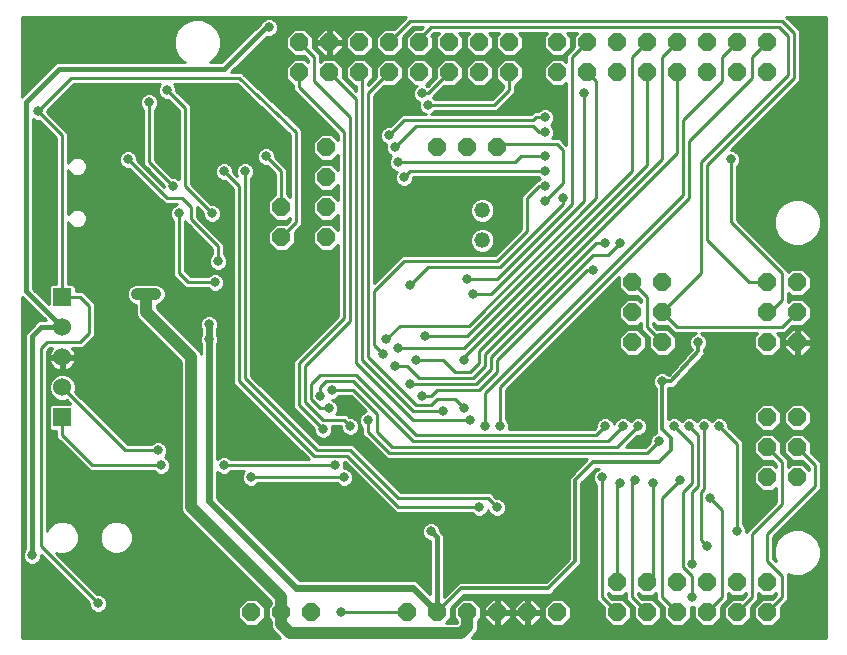
<source format=gbl>
G75*
G70*
%OFA0B0*%
%FSLAX24Y24*%
%IPPOS*%
%LPD*%
%AMOC8*
5,1,8,0,0,1.08239X$1,22.5*
%
%ADD10OC8,0.0600*%
%ADD11C,0.0520*%
%ADD12R,0.0600X0.0600*%
%ADD13C,0.0600*%
%ADD14C,0.0100*%
%ADD15C,0.0320*%
%ADD16C,0.0400*%
%ADD17C,0.0160*%
%ADD18C,0.0240*%
%ADD19C,0.0120*%
D10*
X009443Y001202D03*
X010443Y001202D03*
X011443Y001202D03*
X014643Y001202D03*
X015643Y001202D03*
X016643Y001202D03*
X017643Y001202D03*
X018643Y001202D03*
X019643Y001202D03*
X021643Y001202D03*
X022643Y001202D03*
X023643Y001202D03*
X024643Y001202D03*
X025643Y001202D03*
X026643Y001202D03*
X026643Y002202D03*
X025643Y002202D03*
X024643Y002202D03*
X023643Y002202D03*
X022643Y002202D03*
X021643Y002202D03*
X026643Y005702D03*
X027643Y005702D03*
X027643Y006702D03*
X026643Y006702D03*
X026643Y007702D03*
X027643Y007702D03*
X027643Y010202D03*
X026643Y010202D03*
X026643Y011202D03*
X027643Y011202D03*
X027643Y012202D03*
X026643Y012202D03*
X023143Y012202D03*
X022143Y012202D03*
X022143Y011202D03*
X023143Y011202D03*
X023143Y010202D03*
X022143Y010202D03*
X017643Y016702D03*
X016643Y016702D03*
X015643Y016702D03*
X016043Y019202D03*
X017043Y019202D03*
X018043Y019202D03*
X018043Y020202D03*
X017043Y020202D03*
X016043Y020202D03*
X015043Y020202D03*
X014043Y020202D03*
X013043Y020202D03*
X012043Y020202D03*
X011043Y020202D03*
X011043Y019202D03*
X012043Y019202D03*
X013043Y019202D03*
X014043Y019202D03*
X015043Y019202D03*
X011943Y016702D03*
X011943Y015702D03*
X011943Y014702D03*
X011943Y013702D03*
X010443Y013702D03*
X010443Y014702D03*
X019643Y019202D03*
X020643Y019202D03*
X021643Y019202D03*
X022643Y019202D03*
X023643Y019202D03*
X024643Y019202D03*
X025643Y019202D03*
X026643Y019202D03*
X026643Y020202D03*
X025643Y020202D03*
X024643Y020202D03*
X023643Y020202D03*
X022643Y020202D03*
X021643Y020202D03*
X020643Y020202D03*
X019643Y020202D03*
D11*
X017143Y014602D03*
X017143Y013602D03*
D12*
X003143Y011702D03*
X003143Y007702D03*
D13*
X003143Y008702D03*
X003143Y009702D03*
X003143Y010702D03*
D14*
X001793Y011726D02*
X001793Y000352D01*
X010398Y000352D01*
X010146Y000603D01*
X010093Y000732D01*
X010093Y000871D01*
X010093Y000915D01*
X009993Y001015D01*
X009993Y001388D01*
X010093Y001488D01*
X010093Y001557D01*
X007245Y004405D01*
X007146Y004503D01*
X007093Y004632D01*
X007093Y009557D01*
X005646Y011003D01*
X005593Y011132D01*
X005593Y011271D01*
X005593Y011452D01*
X005573Y011452D01*
X005445Y011505D01*
X005346Y011603D01*
X005293Y011732D01*
X005293Y011871D01*
X005346Y012000D01*
X005445Y012098D01*
X005573Y012152D01*
X005873Y012152D01*
X006312Y012152D01*
X006441Y012098D01*
X006540Y012000D01*
X006593Y011871D01*
X006593Y011732D01*
X006540Y011603D01*
X006441Y011505D01*
X006312Y011452D01*
X006293Y011452D01*
X006293Y011347D01*
X007740Y009900D01*
X007773Y009819D01*
X007773Y010143D01*
X007733Y010240D01*
X007733Y010363D01*
X007773Y010460D01*
X007773Y010643D01*
X007733Y010740D01*
X007733Y010863D01*
X007780Y010977D01*
X007867Y011064D01*
X007981Y011112D01*
X008104Y011112D01*
X008218Y011064D01*
X008306Y010977D01*
X008353Y010863D01*
X008353Y010740D01*
X008313Y010643D01*
X008313Y010460D01*
X008353Y010363D01*
X008353Y010240D01*
X008313Y010143D01*
X008313Y006310D01*
X008367Y006364D01*
X008481Y006412D01*
X008604Y006412D01*
X008718Y006364D01*
X008781Y006302D01*
X011360Y006302D01*
X008843Y008819D01*
X008843Y008984D01*
X008843Y015319D01*
X008570Y015592D01*
X008481Y015592D01*
X008367Y015639D01*
X008280Y015726D01*
X008233Y015840D01*
X008233Y015963D01*
X008280Y016077D01*
X008367Y016164D01*
X008481Y016212D01*
X008604Y016212D01*
X008718Y016164D01*
X008806Y016077D01*
X008853Y015963D01*
X008853Y015874D01*
X008965Y015762D01*
X008933Y015840D01*
X008933Y015963D01*
X008980Y016077D01*
X009067Y016164D01*
X009181Y016212D01*
X009304Y016212D01*
X009418Y016164D01*
X009506Y016077D01*
X009553Y015963D01*
X009553Y015840D01*
X009506Y015726D01*
X009443Y015663D01*
X009443Y009084D01*
X011726Y006802D01*
X012660Y006802D01*
X012826Y006802D01*
X014426Y005202D01*
X017426Y005202D01*
X017543Y005084D01*
X017616Y005012D01*
X017704Y005012D01*
X017818Y004964D01*
X017906Y004877D01*
X017953Y004763D01*
X017953Y004640D01*
X017906Y004526D01*
X017818Y004439D01*
X017704Y004392D01*
X017581Y004392D01*
X017467Y004439D01*
X017219Y004439D01*
X017218Y004439D02*
X017306Y004526D01*
X017343Y004616D01*
X017380Y004526D01*
X017467Y004439D01*
X017375Y004537D02*
X017310Y004537D01*
X017218Y004439D02*
X017104Y004392D01*
X016981Y004392D01*
X016867Y004439D01*
X008887Y004439D01*
X008789Y004537D02*
X014224Y004537D01*
X014260Y004502D02*
X014426Y004502D01*
X016804Y004502D01*
X016867Y004439D01*
X017043Y004702D02*
X014343Y004702D01*
X012643Y006402D01*
X011543Y006402D01*
X009043Y008902D01*
X009043Y015402D01*
X008543Y015902D01*
X008261Y015771D02*
X007443Y015771D01*
X007443Y015673D02*
X008333Y015673D01*
X008233Y015870D02*
X007443Y015870D01*
X007443Y015969D02*
X008235Y015969D01*
X008276Y016067D02*
X007443Y016067D01*
X007443Y016166D02*
X008370Y016166D01*
X008715Y016166D02*
X009070Y016166D01*
X008976Y016067D02*
X008810Y016067D01*
X008851Y015969D02*
X008935Y015969D01*
X008933Y015870D02*
X008857Y015870D01*
X008956Y015771D02*
X008961Y015771D01*
X009243Y015902D02*
X009243Y009002D01*
X011643Y006602D01*
X012743Y006602D01*
X014343Y005002D01*
X017343Y005002D01*
X017643Y004702D01*
X017851Y004932D02*
X020033Y004932D01*
X020033Y005030D02*
X017597Y005030D01*
X017498Y005129D02*
X020033Y005129D01*
X020033Y005227D02*
X014400Y005227D01*
X014301Y005326D02*
X020033Y005326D01*
X020033Y005424D02*
X014203Y005424D01*
X014104Y005523D02*
X020033Y005523D01*
X020033Y005621D02*
X014006Y005621D01*
X013907Y005720D02*
X020064Y005720D01*
X020033Y005689D02*
X020033Y002989D01*
X019256Y002212D01*
X016530Y002212D01*
X016356Y002212D01*
X015873Y001728D01*
X015873Y003606D01*
X015873Y003797D01*
X015753Y003917D01*
X015753Y003963D01*
X015706Y004077D01*
X015618Y004164D01*
X015504Y004212D01*
X015381Y004212D01*
X015267Y004164D01*
X015180Y004077D01*
X015133Y003963D01*
X015133Y003840D01*
X015180Y003726D01*
X015267Y003639D01*
X015381Y003592D01*
X015413Y003592D01*
X015413Y001813D01*
X014996Y002230D01*
X014897Y002272D01*
X014789Y002272D01*
X011055Y002272D01*
X008313Y005013D01*
X008313Y005893D01*
X008367Y005839D01*
X008481Y005792D01*
X008604Y005792D01*
X008718Y005839D01*
X008781Y005902D01*
X009204Y005902D01*
X009180Y005877D01*
X009133Y005763D01*
X009133Y005640D01*
X009180Y005526D01*
X009267Y005439D01*
X009381Y005392D01*
X009504Y005392D01*
X009618Y005439D01*
X009681Y005502D01*
X012304Y005502D01*
X012367Y005439D01*
X012481Y005392D01*
X012604Y005392D01*
X012718Y005439D01*
X012806Y005526D01*
X012853Y005640D01*
X012853Y005763D01*
X012806Y005877D01*
X012718Y005964D01*
X012604Y006012D01*
X012541Y006012D01*
X012553Y006040D01*
X012553Y006163D01*
X012537Y006202D01*
X012560Y006202D01*
X014260Y004502D01*
X014126Y004636D02*
X008690Y004636D01*
X008592Y004735D02*
X014027Y004735D01*
X013928Y004833D02*
X008493Y004833D01*
X008395Y004932D02*
X013830Y004932D01*
X013731Y005030D02*
X008313Y005030D01*
X008313Y005129D02*
X013633Y005129D01*
X013534Y005227D02*
X008313Y005227D01*
X008313Y005326D02*
X013436Y005326D01*
X013337Y005424D02*
X012684Y005424D01*
X012803Y005523D02*
X013239Y005523D01*
X013140Y005621D02*
X012845Y005621D01*
X012853Y005720D02*
X013042Y005720D01*
X012943Y005819D02*
X012830Y005819D01*
X012844Y005917D02*
X012766Y005917D01*
X012746Y006016D02*
X012543Y006016D01*
X012553Y006114D02*
X012647Y006114D01*
X012243Y006102D02*
X008543Y006102D01*
X008771Y006311D02*
X011350Y006311D01*
X011252Y006410D02*
X008609Y006410D01*
X008477Y006410D02*
X008313Y006410D01*
X008313Y006508D02*
X011153Y006508D01*
X011055Y006607D02*
X008313Y006607D01*
X008313Y006705D02*
X010956Y006705D01*
X010858Y006804D02*
X008313Y006804D01*
X008313Y006903D02*
X010759Y006903D01*
X010660Y007001D02*
X008313Y007001D01*
X008313Y007100D02*
X010562Y007100D01*
X010463Y007198D02*
X008313Y007198D01*
X008313Y007297D02*
X010365Y007297D01*
X010266Y007395D02*
X008313Y007395D01*
X008313Y007494D02*
X010168Y007494D01*
X010069Y007592D02*
X008313Y007592D01*
X008313Y007691D02*
X009971Y007691D01*
X009872Y007789D02*
X008313Y007789D01*
X008313Y007888D02*
X009774Y007888D01*
X009675Y007986D02*
X008313Y007986D01*
X008313Y008085D02*
X009576Y008085D01*
X009478Y008184D02*
X008313Y008184D01*
X008313Y008282D02*
X009379Y008282D01*
X009281Y008381D02*
X008313Y008381D01*
X008313Y008479D02*
X009182Y008479D01*
X009084Y008578D02*
X008313Y008578D01*
X008313Y008676D02*
X008985Y008676D01*
X008887Y008775D02*
X008313Y008775D01*
X008313Y008873D02*
X008843Y008873D01*
X008843Y008972D02*
X008313Y008972D01*
X008313Y009070D02*
X008843Y009070D01*
X008843Y009169D02*
X008313Y009169D01*
X008313Y009268D02*
X008843Y009268D01*
X008843Y009366D02*
X008313Y009366D01*
X008313Y009465D02*
X008843Y009465D01*
X008843Y009563D02*
X008313Y009563D01*
X008313Y009662D02*
X008843Y009662D01*
X008843Y009760D02*
X008313Y009760D01*
X008313Y009859D02*
X008843Y009859D01*
X008843Y009957D02*
X008313Y009957D01*
X008313Y010056D02*
X008843Y010056D01*
X008843Y010154D02*
X008317Y010154D01*
X008353Y010253D02*
X008843Y010253D01*
X008843Y010352D02*
X008353Y010352D01*
X008317Y010450D02*
X008843Y010450D01*
X008843Y010549D02*
X008313Y010549D01*
X008314Y010647D02*
X008843Y010647D01*
X008843Y010746D02*
X008353Y010746D01*
X008353Y010844D02*
X008843Y010844D01*
X008843Y010943D02*
X008320Y010943D01*
X008241Y011041D02*
X008843Y011041D01*
X008843Y011140D02*
X006499Y011140D01*
X006401Y011238D02*
X008843Y011238D01*
X008843Y011337D02*
X006302Y011337D01*
X006293Y011436D02*
X008843Y011436D01*
X008843Y011534D02*
X006470Y011534D01*
X006552Y011633D02*
X008843Y011633D01*
X008843Y011731D02*
X006592Y011731D01*
X006593Y011830D02*
X008843Y011830D01*
X008843Y011928D02*
X008393Y011928D01*
X008418Y011939D02*
X008506Y012026D01*
X008553Y012140D01*
X008553Y012263D01*
X008506Y012377D01*
X008418Y012464D01*
X008304Y012512D01*
X008181Y012512D01*
X008067Y012464D01*
X008004Y012402D01*
X007426Y012402D01*
X007243Y012584D01*
X007243Y014263D01*
X007243Y014263D01*
X007243Y014219D01*
X007360Y014102D01*
X008143Y013319D01*
X008143Y013140D01*
X008080Y013077D01*
X008033Y012963D01*
X008033Y012840D01*
X008080Y012726D01*
X008167Y012639D01*
X008281Y012592D01*
X008404Y012592D01*
X008518Y012639D01*
X008606Y012726D01*
X008653Y012840D01*
X008653Y012963D01*
X008606Y013077D01*
X008543Y013140D01*
X008543Y013319D01*
X008543Y013484D01*
X007643Y014384D01*
X007643Y014619D01*
X007643Y014719D01*
X007833Y014529D01*
X007833Y014440D01*
X007880Y014326D01*
X007967Y014239D01*
X008081Y014192D01*
X008204Y014192D01*
X008318Y014239D01*
X008406Y014326D01*
X008453Y014440D01*
X008453Y014563D01*
X008406Y014677D01*
X008318Y014764D01*
X008204Y014812D01*
X008116Y014812D01*
X007443Y015484D01*
X007443Y018084D01*
X007326Y018202D01*
X006953Y018574D01*
X006953Y018663D01*
X006906Y018777D01*
X006881Y018802D01*
X008963Y018802D01*
X010743Y017116D01*
X010743Y015038D01*
X010643Y015138D01*
X010643Y015819D01*
X010643Y015984D01*
X010253Y016374D01*
X010253Y016463D01*
X010206Y016577D01*
X010118Y016664D01*
X010004Y016712D01*
X009881Y016712D01*
X009767Y016664D01*
X009680Y016577D01*
X009633Y016463D01*
X009633Y016340D01*
X009680Y016226D01*
X009767Y016139D01*
X009881Y016092D01*
X009970Y016092D01*
X010243Y015819D01*
X010243Y015138D01*
X009993Y014888D01*
X009993Y014515D01*
X010256Y014252D01*
X010629Y014252D01*
X010743Y014365D01*
X010743Y014284D01*
X010610Y014152D01*
X010256Y014152D01*
X009993Y013888D01*
X009993Y013515D01*
X010256Y013252D01*
X010629Y013252D01*
X010893Y013515D01*
X010893Y013869D01*
X011026Y014002D01*
X011143Y014119D01*
X011143Y017122D01*
X011145Y017124D01*
X011143Y017204D01*
X011143Y017284D01*
X011141Y017287D01*
X011140Y017290D01*
X011083Y017344D01*
X011026Y017402D01*
X011022Y017402D01*
X009182Y019145D01*
X009126Y019202D01*
X009123Y019202D01*
X009120Y019204D01*
X009040Y019202D01*
X008768Y019202D01*
X008773Y019206D01*
X008773Y019206D01*
X009965Y020398D01*
X009981Y020392D01*
X010104Y020392D01*
X010218Y020439D01*
X010306Y020526D01*
X010353Y020640D01*
X010353Y020763D01*
X010306Y020877D01*
X010218Y020964D01*
X010104Y021012D01*
X009981Y021012D01*
X009867Y020964D01*
X009780Y020877D01*
X009771Y020855D01*
X009713Y020797D01*
X008150Y020797D01*
X008085Y020863D02*
X008304Y020643D01*
X008423Y020357D01*
X008423Y020046D01*
X008304Y019760D01*
X008085Y019540D01*
X008063Y019532D01*
X008448Y019532D01*
X009713Y020797D01*
X009713Y020797D01*
X009799Y020896D02*
X008005Y020896D01*
X008085Y020863D02*
X007798Y020982D01*
X007488Y020982D01*
X007201Y020863D01*
X006982Y020643D01*
X006863Y020357D01*
X006863Y020046D01*
X006982Y019760D01*
X007201Y019540D01*
X007222Y019532D01*
X003138Y019532D01*
X002948Y019532D01*
X001848Y018432D01*
X001793Y018432D01*
X001848Y018432D02*
X001793Y018377D01*
X001793Y021052D01*
X014610Y021052D01*
X014543Y020984D01*
X014210Y020652D01*
X013856Y020652D01*
X013593Y020388D01*
X013593Y020015D01*
X013856Y019752D01*
X014229Y019752D01*
X014493Y020015D01*
X014493Y020369D01*
X014826Y020702D01*
X015160Y020702D01*
X015110Y020652D01*
X014856Y020652D01*
X014593Y020388D01*
X014593Y020015D01*
X014856Y019752D01*
X015229Y019752D01*
X015493Y020015D01*
X015493Y020388D01*
X015452Y020428D01*
X015526Y020502D01*
X015706Y020502D01*
X015706Y020501D02*
X015526Y020501D01*
X015478Y020403D02*
X015608Y020403D01*
X015593Y020388D02*
X015706Y020502D01*
X015593Y020388D02*
X015593Y020015D01*
X015856Y019752D01*
X016229Y019752D01*
X016493Y020015D01*
X016493Y020388D01*
X016379Y020502D01*
X016706Y020502D01*
X016706Y020501D02*
X016379Y020501D01*
X016478Y020403D02*
X016608Y020403D01*
X016593Y020388D02*
X016593Y020015D01*
X016856Y019752D01*
X017229Y019752D01*
X017493Y020015D01*
X017493Y020388D01*
X017379Y020502D01*
X017706Y020502D01*
X017706Y020501D02*
X017379Y020501D01*
X017478Y020403D02*
X017608Y020403D01*
X017593Y020388D02*
X017593Y020015D01*
X017856Y019752D01*
X018229Y019752D01*
X018493Y020015D01*
X018493Y020388D01*
X018379Y020502D01*
X019306Y020502D01*
X019306Y020501D02*
X018379Y020501D01*
X018478Y020403D02*
X019208Y020403D01*
X019193Y020388D02*
X019193Y020015D01*
X019456Y019752D01*
X019829Y019752D01*
X020093Y020015D01*
X020093Y020388D01*
X019979Y020502D01*
X020306Y020502D01*
X020306Y020501D02*
X019979Y020501D01*
X020078Y020403D02*
X020208Y020403D01*
X020193Y020388D02*
X020193Y020034D01*
X020060Y019902D01*
X019943Y019784D01*
X019943Y019538D01*
X019829Y019652D01*
X019456Y019652D01*
X019193Y019388D01*
X019193Y019015D01*
X019456Y018752D01*
X019829Y018752D01*
X019943Y018865D01*
X019943Y016784D01*
X019843Y016884D01*
X019726Y017002D01*
X019481Y017002D01*
X019506Y017026D01*
X019553Y017140D01*
X019553Y017263D01*
X019506Y017377D01*
X019431Y017452D01*
X019506Y017526D01*
X019553Y017640D01*
X019553Y017763D01*
X019506Y017877D01*
X019418Y017964D01*
X019304Y018012D01*
X019181Y018012D01*
X019067Y017964D01*
X019004Y017902D01*
X018860Y017902D01*
X018760Y017802D01*
X015428Y017802D01*
X015518Y017839D01*
X015581Y017902D01*
X017460Y017902D01*
X017626Y017902D01*
X018126Y018402D01*
X018243Y018519D01*
X018243Y018765D01*
X018493Y019015D01*
X018493Y019388D01*
X018229Y019652D01*
X017856Y019652D01*
X017593Y019388D01*
X017593Y019015D01*
X017843Y018765D01*
X017843Y018684D01*
X017460Y018302D01*
X015581Y018302D01*
X015518Y018364D01*
X015497Y018373D01*
X015876Y018752D01*
X016229Y018752D01*
X016493Y019015D01*
X016493Y019388D01*
X016229Y019652D01*
X015856Y019652D01*
X015593Y019388D01*
X015593Y019034D01*
X015321Y018762D01*
X015318Y018764D01*
X015264Y018787D01*
X015493Y019015D01*
X015493Y019388D01*
X015229Y019652D01*
X014856Y019652D01*
X014593Y019388D01*
X014593Y019015D01*
X014856Y018752D01*
X014954Y018752D01*
X014880Y018677D01*
X014833Y018563D01*
X014833Y018440D01*
X014880Y018326D01*
X014967Y018239D01*
X015050Y018205D01*
X015033Y018163D01*
X015033Y018040D01*
X015080Y017926D01*
X015167Y017839D01*
X015257Y017802D01*
X014460Y017802D01*
X014343Y017684D01*
X014070Y017412D01*
X013981Y017412D01*
X013867Y017364D01*
X013780Y017277D01*
X013733Y017163D01*
X013733Y017040D01*
X013780Y016926D01*
X013867Y016839D01*
X013950Y016805D01*
X013933Y016763D01*
X013933Y016640D01*
X013980Y016526D01*
X014067Y016439D01*
X014120Y016417D01*
X014080Y016377D01*
X014033Y016263D01*
X014033Y016140D01*
X014080Y016026D01*
X014167Y015939D01*
X014281Y015892D01*
X014294Y015892D01*
X014280Y015877D01*
X014233Y015763D01*
X014233Y015640D01*
X014280Y015526D01*
X014367Y015439D01*
X014481Y015392D01*
X014604Y015392D01*
X014718Y015439D01*
X014806Y015526D01*
X014853Y015640D01*
X014853Y015702D01*
X019004Y015702D01*
X019054Y015652D01*
X019004Y015602D01*
X018960Y015602D01*
X018560Y015202D01*
X018443Y015084D01*
X018443Y013984D01*
X017560Y013102D01*
X014626Y013102D01*
X014460Y013102D01*
X013543Y012184D01*
X013543Y018419D01*
X013876Y018752D01*
X014229Y018752D01*
X014493Y019015D01*
X014493Y019388D01*
X014229Y019652D01*
X013856Y019652D01*
X013593Y019388D01*
X013593Y019034D01*
X013343Y018784D01*
X013343Y018865D01*
X013493Y019015D01*
X013493Y019388D01*
X013229Y019652D01*
X012856Y019652D01*
X012593Y019388D01*
X012593Y019015D01*
X012856Y018752D01*
X012943Y018752D01*
X012943Y018584D01*
X012493Y019034D01*
X012493Y019388D01*
X012229Y019652D01*
X011856Y019652D01*
X011743Y019538D01*
X011743Y019784D01*
X011626Y019902D01*
X011493Y020034D01*
X011493Y020388D01*
X011229Y020652D01*
X010856Y020652D01*
X010593Y020388D01*
X010593Y020015D01*
X010856Y019752D01*
X011210Y019752D01*
X011343Y019619D01*
X011343Y019538D01*
X011229Y019652D01*
X010856Y019652D01*
X010593Y019388D01*
X010593Y019015D01*
X010843Y018765D01*
X010843Y018619D01*
X012343Y017119D01*
X012343Y016938D01*
X012129Y017152D01*
X011756Y017152D01*
X011493Y016888D01*
X011493Y016515D01*
X011756Y016252D01*
X012129Y016252D01*
X012343Y016465D01*
X012343Y015938D01*
X012129Y016152D01*
X011756Y016152D01*
X011493Y015888D01*
X011493Y015515D01*
X011756Y015252D01*
X012129Y015252D01*
X012343Y015465D01*
X012343Y014938D01*
X012129Y015152D01*
X011756Y015152D01*
X011493Y014888D01*
X011493Y014515D01*
X011756Y014252D01*
X012129Y014252D01*
X012343Y014465D01*
X012343Y013938D01*
X012129Y014152D01*
X011756Y014152D01*
X011493Y013888D01*
X011493Y013515D01*
X011756Y013252D01*
X012129Y013252D01*
X012343Y013465D01*
X012343Y011084D01*
X010960Y009702D01*
X010843Y009584D01*
X010843Y008184D01*
X010843Y008019D01*
X011533Y007329D01*
X011533Y007240D01*
X011580Y007126D01*
X011667Y007039D01*
X011781Y006992D01*
X011904Y006992D01*
X012018Y007039D01*
X012106Y007126D01*
X012153Y007240D01*
X012153Y007363D01*
X012137Y007402D01*
X012433Y007402D01*
X012433Y007340D01*
X012480Y007226D01*
X012567Y007139D01*
X012681Y007092D01*
X012804Y007092D01*
X012918Y007139D01*
X013006Y007226D01*
X013053Y007340D01*
X013053Y007463D01*
X013006Y007577D01*
X012918Y007664D01*
X012804Y007712D01*
X012716Y007712D01*
X012626Y007802D01*
X012460Y007802D01*
X012281Y007802D01*
X012306Y007826D01*
X012353Y007940D01*
X012353Y008063D01*
X012306Y008177D01*
X012218Y008264D01*
X012153Y008292D01*
X012204Y008292D01*
X012318Y008339D01*
X012381Y008402D01*
X012760Y008402D01*
X013259Y007902D01*
X013167Y007864D01*
X013080Y007777D01*
X013033Y007663D01*
X013033Y007540D01*
X013080Y007426D01*
X013143Y007363D01*
X013143Y007119D01*
X013260Y007002D01*
X013960Y006302D01*
X014126Y006302D01*
X020646Y006302D01*
X020156Y005812D01*
X020033Y005689D01*
X020163Y005819D02*
X013809Y005819D01*
X013710Y005917D02*
X020261Y005917D01*
X020360Y006016D02*
X013612Y006016D01*
X013513Y006114D02*
X020459Y006114D01*
X020557Y006213D02*
X013414Y006213D01*
X013316Y006311D02*
X013950Y006311D01*
X013852Y006410D02*
X013217Y006410D01*
X013119Y006508D02*
X013753Y006508D01*
X013655Y006607D02*
X013020Y006607D01*
X012922Y006705D02*
X013556Y006705D01*
X013458Y006804D02*
X011723Y006804D01*
X011625Y006903D02*
X013359Y006903D01*
X013260Y007001D02*
X011927Y007001D01*
X011758Y007001D02*
X011526Y007001D01*
X011606Y007100D02*
X011428Y007100D01*
X011329Y007198D02*
X011550Y007198D01*
X011533Y007297D02*
X011231Y007297D01*
X011132Y007395D02*
X011466Y007395D01*
X011368Y007494D02*
X011033Y007494D01*
X010935Y007592D02*
X011269Y007592D01*
X011171Y007691D02*
X010836Y007691D01*
X010738Y007789D02*
X011072Y007789D01*
X010974Y007888D02*
X010639Y007888D01*
X010541Y007986D02*
X010875Y007986D01*
X010843Y008085D02*
X010442Y008085D01*
X010344Y008184D02*
X010843Y008184D01*
X010843Y008282D02*
X010245Y008282D01*
X010147Y008381D02*
X010843Y008381D01*
X010843Y008479D02*
X010048Y008479D01*
X009949Y008578D02*
X010843Y008578D01*
X010843Y008676D02*
X009851Y008676D01*
X009752Y008775D02*
X010843Y008775D01*
X010843Y008873D02*
X009654Y008873D01*
X009555Y008972D02*
X010843Y008972D01*
X010843Y009070D02*
X009457Y009070D01*
X009443Y009169D02*
X010843Y009169D01*
X010843Y009268D02*
X009443Y009268D01*
X009443Y009366D02*
X010843Y009366D01*
X010843Y009465D02*
X009443Y009465D01*
X009443Y009563D02*
X010843Y009563D01*
X010920Y009662D02*
X009443Y009662D01*
X009443Y009760D02*
X011019Y009760D01*
X011117Y009859D02*
X009443Y009859D01*
X009443Y009957D02*
X011216Y009957D01*
X011314Y010056D02*
X009443Y010056D01*
X009443Y010154D02*
X011413Y010154D01*
X011511Y010253D02*
X009443Y010253D01*
X009443Y010352D02*
X011610Y010352D01*
X011709Y010450D02*
X009443Y010450D01*
X009443Y010549D02*
X011807Y010549D01*
X011906Y010647D02*
X009443Y010647D01*
X009443Y010746D02*
X012004Y010746D01*
X012103Y010844D02*
X009443Y010844D01*
X009443Y010943D02*
X012201Y010943D01*
X012300Y011041D02*
X009443Y011041D01*
X009443Y011140D02*
X012343Y011140D01*
X012343Y011238D02*
X009443Y011238D01*
X009443Y011337D02*
X012343Y011337D01*
X012343Y011436D02*
X009443Y011436D01*
X009443Y011534D02*
X012343Y011534D01*
X012343Y011633D02*
X009443Y011633D01*
X009443Y011731D02*
X012343Y011731D01*
X012343Y011830D02*
X009443Y011830D01*
X009443Y011928D02*
X012343Y011928D01*
X012343Y012027D02*
X009443Y012027D01*
X009443Y012125D02*
X012343Y012125D01*
X012343Y012224D02*
X009443Y012224D01*
X009443Y012322D02*
X012343Y012322D01*
X012343Y012421D02*
X009443Y012421D01*
X009443Y012519D02*
X012343Y012519D01*
X012343Y012618D02*
X009443Y012618D01*
X009443Y012717D02*
X012343Y012717D01*
X012343Y012815D02*
X009443Y012815D01*
X009443Y012914D02*
X012343Y012914D01*
X012343Y013012D02*
X009443Y013012D01*
X009443Y013111D02*
X012343Y013111D01*
X012343Y013209D02*
X009443Y013209D01*
X009443Y013308D02*
X010200Y013308D01*
X010102Y013406D02*
X009443Y013406D01*
X009443Y013505D02*
X010003Y013505D01*
X009993Y013603D02*
X009443Y013603D01*
X009443Y013702D02*
X009993Y013702D01*
X009993Y013801D02*
X009443Y013801D01*
X009443Y013899D02*
X010004Y013899D01*
X010103Y013998D02*
X009443Y013998D01*
X009443Y014096D02*
X010201Y014096D01*
X010215Y014293D02*
X009443Y014293D01*
X009443Y014195D02*
X010653Y014195D01*
X010671Y014293D02*
X010743Y014293D01*
X010943Y014202D02*
X010943Y017202D01*
X009043Y019002D01*
X003443Y019002D01*
X002343Y017902D01*
X003143Y017102D01*
X003143Y011702D01*
X003743Y011702D01*
X004043Y011402D01*
X004043Y010502D01*
X003743Y010202D01*
X002643Y010202D01*
X002443Y010002D01*
X002443Y003402D01*
X004343Y001502D01*
X004630Y001384D02*
X008993Y001384D01*
X008993Y001388D02*
X008993Y001015D01*
X009256Y000752D01*
X009629Y000752D01*
X009893Y001015D01*
X009893Y001388D01*
X009629Y001652D01*
X009256Y001652D01*
X008993Y001388D01*
X008993Y001286D02*
X004565Y001286D01*
X004606Y001326D02*
X004653Y001440D01*
X004653Y001563D01*
X004606Y001677D01*
X004518Y001764D01*
X004404Y001812D01*
X004316Y001812D01*
X002935Y003192D01*
X003033Y003152D01*
X003252Y003152D01*
X003454Y003235D01*
X003609Y003390D01*
X003693Y003592D01*
X003693Y003811D01*
X003609Y004013D01*
X003454Y004168D01*
X003252Y004252D01*
X003033Y004252D01*
X002831Y004168D01*
X002677Y004013D01*
X002643Y003931D01*
X002643Y009919D01*
X002726Y010002D01*
X002806Y010002D01*
X002800Y009995D01*
X002758Y009937D01*
X002726Y009874D01*
X002704Y009807D01*
X002695Y009751D01*
X003093Y009751D01*
X003093Y009652D01*
X002695Y009652D01*
X002704Y009596D01*
X002726Y009529D01*
X002758Y009466D01*
X002800Y009408D01*
X002850Y009358D01*
X002907Y009317D01*
X002970Y009285D01*
X003037Y009263D01*
X003093Y009254D01*
X003093Y009651D01*
X003193Y009651D01*
X003193Y009254D01*
X003248Y009263D01*
X003316Y009285D01*
X003379Y009317D01*
X003436Y009358D01*
X003486Y009408D01*
X003528Y009466D01*
X003560Y009529D01*
X003582Y009596D01*
X003590Y009652D01*
X003193Y009652D01*
X003193Y009751D01*
X003590Y009751D01*
X003582Y009807D01*
X003560Y009874D01*
X003528Y009937D01*
X003486Y009995D01*
X003479Y010002D01*
X003826Y010002D01*
X003943Y010119D01*
X004243Y010419D01*
X004243Y010584D01*
X004243Y011484D01*
X004126Y011602D01*
X003826Y011902D01*
X003660Y011902D01*
X003593Y011902D01*
X003593Y012064D01*
X003505Y012152D01*
X003343Y012152D01*
X003343Y014205D01*
X003365Y014150D01*
X003457Y014058D01*
X003578Y014008D01*
X003708Y014008D01*
X003828Y014058D01*
X003920Y014150D01*
X003970Y014270D01*
X003970Y014401D01*
X003920Y014521D01*
X003828Y014613D01*
X003708Y014663D01*
X003578Y014663D01*
X003457Y014613D01*
X003365Y014521D01*
X003343Y014466D01*
X003343Y015937D01*
X003365Y015882D01*
X003457Y015790D01*
X003578Y015741D01*
X003708Y015741D01*
X003828Y015790D01*
X003920Y015882D01*
X003970Y016003D01*
X003970Y016133D01*
X003920Y016253D01*
X003828Y016345D01*
X003708Y016395D01*
X003578Y016395D01*
X003457Y016345D01*
X003365Y016253D01*
X003343Y016198D01*
X003343Y017019D01*
X003343Y017184D01*
X002653Y017874D01*
X002653Y017929D01*
X003526Y018802D01*
X006404Y018802D01*
X006380Y018777D01*
X006333Y018663D01*
X006333Y018540D01*
X006380Y018426D01*
X006467Y018339D01*
X006581Y018292D01*
X006670Y018292D01*
X007043Y017919D01*
X007043Y015640D01*
X007018Y015664D01*
X006904Y015712D01*
X006816Y015712D01*
X006243Y016284D01*
X006243Y017963D01*
X006306Y018026D01*
X006353Y018140D01*
X006353Y018263D01*
X006306Y018377D01*
X006218Y018464D01*
X006104Y018512D01*
X005981Y018512D01*
X005867Y018464D01*
X005780Y018377D01*
X005733Y018263D01*
X005733Y018140D01*
X005780Y018026D01*
X005843Y017963D01*
X005843Y016119D01*
X005960Y016002D01*
X006533Y015429D01*
X006533Y015394D01*
X005653Y016274D01*
X005653Y016363D01*
X005606Y016477D01*
X005518Y016564D01*
X005404Y016612D01*
X005281Y016612D01*
X005167Y016564D01*
X005080Y016477D01*
X005033Y016363D01*
X005033Y016240D01*
X005080Y016126D01*
X005167Y016039D01*
X005281Y015992D01*
X005370Y015992D01*
X006560Y014802D01*
X006726Y014802D01*
X006957Y014802D01*
X006867Y014764D01*
X006780Y014677D01*
X006733Y014563D01*
X006733Y014440D01*
X006780Y014326D01*
X006843Y014263D01*
X006843Y012584D01*
X006843Y012419D01*
X007143Y012119D01*
X007260Y012002D01*
X008004Y012002D01*
X008067Y011939D01*
X008181Y011892D01*
X008304Y011892D01*
X008418Y011939D01*
X008506Y012027D02*
X008843Y012027D01*
X008843Y012125D02*
X008547Y012125D01*
X008553Y012224D02*
X008843Y012224D01*
X008843Y012322D02*
X008528Y012322D01*
X008462Y012421D02*
X008843Y012421D01*
X008843Y012519D02*
X007308Y012519D01*
X007243Y012618D02*
X008217Y012618D01*
X008089Y012717D02*
X007243Y012717D01*
X007243Y012815D02*
X008043Y012815D01*
X008033Y012914D02*
X007243Y012914D01*
X007243Y013012D02*
X008053Y013012D01*
X008114Y013111D02*
X007243Y013111D01*
X007243Y013209D02*
X008143Y013209D01*
X008143Y013308D02*
X007243Y013308D01*
X007243Y013406D02*
X008055Y013406D01*
X007957Y013505D02*
X007243Y013505D01*
X007243Y013603D02*
X007858Y013603D01*
X007760Y013702D02*
X007243Y013702D01*
X007243Y013801D02*
X007661Y013801D01*
X007562Y013899D02*
X007243Y013899D01*
X007243Y013998D02*
X007464Y013998D01*
X007365Y014096D02*
X007243Y014096D01*
X007243Y014195D02*
X007267Y014195D01*
X007443Y014302D02*
X007443Y014702D01*
X007143Y015002D01*
X006643Y015002D01*
X005343Y016302D01*
X005064Y016166D02*
X003956Y016166D01*
X003970Y016067D02*
X005139Y016067D01*
X005033Y016264D02*
X003909Y016264D01*
X003786Y016363D02*
X005033Y016363D01*
X005073Y016461D02*
X003343Y016461D01*
X003343Y016363D02*
X003500Y016363D01*
X003377Y016264D02*
X003343Y016264D01*
X003343Y016560D02*
X005163Y016560D01*
X005523Y016560D02*
X005843Y016560D01*
X005843Y016658D02*
X003343Y016658D01*
X003343Y016757D02*
X005843Y016757D01*
X005843Y016855D02*
X003343Y016855D01*
X003343Y016954D02*
X005843Y016954D01*
X005843Y017052D02*
X003343Y017052D01*
X003343Y017151D02*
X005843Y017151D01*
X005843Y017250D02*
X003278Y017250D01*
X003179Y017348D02*
X005843Y017348D01*
X005843Y017447D02*
X003081Y017447D01*
X002982Y017545D02*
X005843Y017545D01*
X005843Y017644D02*
X002883Y017644D01*
X002785Y017742D02*
X005843Y017742D01*
X005843Y017841D02*
X002686Y017841D01*
X002663Y017939D02*
X005843Y017939D01*
X005775Y018038D02*
X002762Y018038D01*
X002861Y018136D02*
X005734Y018136D01*
X005733Y018235D02*
X002959Y018235D01*
X003058Y018334D02*
X005762Y018334D01*
X005835Y018432D02*
X003156Y018432D01*
X003255Y018531D02*
X006337Y018531D01*
X006333Y018629D02*
X003353Y018629D01*
X003452Y018728D02*
X006360Y018728D01*
X006377Y018432D02*
X006251Y018432D01*
X006324Y018334D02*
X006480Y018334D01*
X006353Y018235D02*
X006727Y018235D01*
X006825Y018136D02*
X006351Y018136D01*
X006311Y018038D02*
X006924Y018038D01*
X007022Y017939D02*
X006243Y017939D01*
X006243Y017841D02*
X007043Y017841D01*
X007043Y017742D02*
X006243Y017742D01*
X006243Y017644D02*
X007043Y017644D01*
X007043Y017545D02*
X006243Y017545D01*
X006243Y017447D02*
X007043Y017447D01*
X007043Y017348D02*
X006243Y017348D01*
X006243Y017250D02*
X007043Y017250D01*
X007043Y017151D02*
X006243Y017151D01*
X006243Y017052D02*
X007043Y017052D01*
X007043Y016954D02*
X006243Y016954D01*
X006243Y016855D02*
X007043Y016855D01*
X007043Y016757D02*
X006243Y016757D01*
X006243Y016658D02*
X007043Y016658D01*
X007043Y016560D02*
X006243Y016560D01*
X006243Y016461D02*
X007043Y016461D01*
X007043Y016363D02*
X006243Y016363D01*
X006263Y016264D02*
X007043Y016264D01*
X007043Y016166D02*
X006362Y016166D01*
X006460Y016067D02*
X007043Y016067D01*
X007043Y015969D02*
X006559Y015969D01*
X006657Y015870D02*
X007043Y015870D01*
X007043Y015771D02*
X006756Y015771D01*
X006998Y015673D02*
X007043Y015673D01*
X007243Y015402D02*
X008143Y014502D01*
X008453Y014490D02*
X008843Y014490D01*
X008843Y014392D02*
X008433Y014392D01*
X008373Y014293D02*
X008843Y014293D01*
X008843Y014195D02*
X008212Y014195D01*
X008074Y014195D02*
X007832Y014195D01*
X007913Y014293D02*
X007734Y014293D01*
X007643Y014392D02*
X007853Y014392D01*
X007833Y014490D02*
X007643Y014490D01*
X007643Y014589D02*
X007773Y014589D01*
X007674Y014687D02*
X007643Y014687D01*
X008043Y014885D02*
X008843Y014885D01*
X008843Y014983D02*
X007944Y014983D01*
X007846Y015082D02*
X008843Y015082D01*
X008843Y015180D02*
X007747Y015180D01*
X007649Y015279D02*
X008843Y015279D01*
X008784Y015377D02*
X007550Y015377D01*
X007451Y015476D02*
X008686Y015476D01*
X008587Y015574D02*
X007443Y015574D01*
X007243Y015402D02*
X007243Y018002D01*
X006643Y018602D01*
X006926Y018728D02*
X009041Y018728D01*
X009145Y018629D02*
X006953Y018629D01*
X006997Y018531D02*
X009249Y018531D01*
X009353Y018432D02*
X007095Y018432D01*
X007194Y018334D02*
X009457Y018334D01*
X009561Y018235D02*
X007292Y018235D01*
X007391Y018136D02*
X009665Y018136D01*
X009769Y018038D02*
X007443Y018038D01*
X007443Y017939D02*
X009873Y017939D01*
X009977Y017841D02*
X007443Y017841D01*
X007443Y017742D02*
X010081Y017742D01*
X010185Y017644D02*
X007443Y017644D01*
X007443Y017545D02*
X010289Y017545D01*
X010393Y017447D02*
X007443Y017447D01*
X007443Y017348D02*
X010497Y017348D01*
X010601Y017250D02*
X007443Y017250D01*
X007443Y017151D02*
X010705Y017151D01*
X010743Y017052D02*
X007443Y017052D01*
X007443Y016954D02*
X010743Y016954D01*
X010743Y016855D02*
X007443Y016855D01*
X007443Y016757D02*
X010743Y016757D01*
X010743Y016658D02*
X010124Y016658D01*
X010213Y016560D02*
X010743Y016560D01*
X010743Y016461D02*
X010253Y016461D01*
X010265Y016363D02*
X010743Y016363D01*
X010743Y016264D02*
X010363Y016264D01*
X010462Y016166D02*
X010743Y016166D01*
X010743Y016067D02*
X010560Y016067D01*
X010643Y015969D02*
X010743Y015969D01*
X010743Y015870D02*
X010643Y015870D01*
X010643Y015771D02*
X010743Y015771D01*
X010743Y015673D02*
X010643Y015673D01*
X010643Y015574D02*
X010743Y015574D01*
X010743Y015476D02*
X010643Y015476D01*
X010643Y015377D02*
X010743Y015377D01*
X010743Y015279D02*
X010643Y015279D01*
X010643Y015180D02*
X010743Y015180D01*
X010743Y015082D02*
X010699Y015082D01*
X011143Y015082D02*
X011686Y015082D01*
X011588Y014983D02*
X011143Y014983D01*
X011143Y014885D02*
X011493Y014885D01*
X011493Y014786D02*
X011143Y014786D01*
X011143Y014687D02*
X011493Y014687D01*
X011493Y014589D02*
X011143Y014589D01*
X011143Y014490D02*
X011518Y014490D01*
X011616Y014392D02*
X011143Y014392D01*
X011143Y014293D02*
X011715Y014293D01*
X011701Y014096D02*
X011120Y014096D01*
X011143Y014195D02*
X012343Y014195D01*
X012343Y014293D02*
X012171Y014293D01*
X012269Y014392D02*
X012343Y014392D01*
X012343Y014096D02*
X012185Y014096D01*
X012283Y013998D02*
X012343Y013998D01*
X011603Y013998D02*
X011022Y013998D01*
X010923Y013899D02*
X011504Y013899D01*
X011493Y013801D02*
X010893Y013801D01*
X010893Y013702D02*
X011493Y013702D01*
X011493Y013603D02*
X010893Y013603D01*
X010883Y013505D02*
X011503Y013505D01*
X011602Y013406D02*
X010784Y013406D01*
X010685Y013308D02*
X011700Y013308D01*
X012185Y013308D02*
X012343Y013308D01*
X012343Y013406D02*
X012284Y013406D01*
X013543Y013406D02*
X016780Y013406D01*
X016795Y013369D02*
X016911Y013254D01*
X017061Y013192D01*
X017224Y013192D01*
X017375Y013254D01*
X017490Y013369D01*
X017553Y013520D01*
X017553Y013683D01*
X017490Y013834D01*
X017375Y013949D01*
X017224Y014012D01*
X017061Y014012D01*
X016911Y013949D01*
X016795Y013834D01*
X016733Y013683D01*
X016733Y013520D01*
X016795Y013369D01*
X016857Y013308D02*
X013543Y013308D01*
X013543Y013209D02*
X017018Y013209D01*
X017267Y013209D02*
X017668Y013209D01*
X017766Y013308D02*
X017429Y013308D01*
X017506Y013406D02*
X017865Y013406D01*
X017963Y013505D02*
X017547Y013505D01*
X017553Y013603D02*
X018062Y013603D01*
X018160Y013702D02*
X017545Y013702D01*
X017504Y013801D02*
X018259Y013801D01*
X018358Y013899D02*
X017425Y013899D01*
X017258Y013998D02*
X018443Y013998D01*
X018443Y014096D02*
X013543Y014096D01*
X013543Y013998D02*
X017028Y013998D01*
X016861Y013899D02*
X013543Y013899D01*
X013543Y013801D02*
X016781Y013801D01*
X016741Y013702D02*
X013543Y013702D01*
X013543Y013603D02*
X016733Y013603D01*
X016739Y013505D02*
X013543Y013505D01*
X013543Y013111D02*
X017569Y013111D01*
X017643Y012902D02*
X014543Y012902D01*
X013543Y011902D01*
X013543Y010102D01*
X013843Y009802D01*
X013343Y009702D02*
X014943Y008102D01*
X015443Y008102D01*
X015643Y008302D01*
X016243Y008302D01*
X016543Y008002D01*
X016743Y007602D02*
X014843Y007602D01*
X012943Y009502D01*
X012943Y018302D01*
X012043Y019202D01*
X012365Y019516D02*
X012721Y019516D01*
X012622Y019418D02*
X012463Y019418D01*
X012493Y019319D02*
X012593Y019319D01*
X012593Y019220D02*
X012493Y019220D01*
X012493Y019122D02*
X012593Y019122D01*
X012593Y019023D02*
X012504Y019023D01*
X012602Y018925D02*
X012683Y018925D01*
X012701Y018826D02*
X012782Y018826D01*
X012799Y018728D02*
X012943Y018728D01*
X012943Y018629D02*
X012898Y018629D01*
X013343Y018502D02*
X013343Y009702D01*
X013143Y009602D02*
X013143Y019102D01*
X013043Y019202D01*
X013493Y019220D02*
X013593Y019220D01*
X013593Y019122D02*
X013493Y019122D01*
X013493Y019023D02*
X013582Y019023D01*
X013483Y018925D02*
X013402Y018925D01*
X013385Y018826D02*
X013343Y018826D01*
X013753Y018629D02*
X014860Y018629D01*
X014833Y018531D02*
X013655Y018531D01*
X013556Y018432D02*
X014836Y018432D01*
X014877Y018334D02*
X013543Y018334D01*
X013543Y018235D02*
X014976Y018235D01*
X015033Y018136D02*
X013543Y018136D01*
X013543Y018038D02*
X015034Y018038D01*
X015074Y017939D02*
X013543Y017939D01*
X013543Y017841D02*
X015165Y017841D01*
X015343Y018102D02*
X017543Y018102D01*
X018043Y018602D01*
X018043Y019202D01*
X018402Y018925D02*
X019283Y018925D01*
X019193Y019023D02*
X018493Y019023D01*
X018493Y019122D02*
X019193Y019122D01*
X019193Y019220D02*
X018493Y019220D01*
X018493Y019319D02*
X019193Y019319D01*
X019222Y019418D02*
X018463Y019418D01*
X018365Y019516D02*
X019321Y019516D01*
X019419Y019615D02*
X018266Y019615D01*
X018289Y019812D02*
X019396Y019812D01*
X019298Y019910D02*
X018388Y019910D01*
X018486Y020009D02*
X019199Y020009D01*
X019193Y020107D02*
X018493Y020107D01*
X018493Y020206D02*
X019193Y020206D01*
X019193Y020304D02*
X018493Y020304D01*
X019193Y020388D02*
X019306Y020502D01*
X020093Y020304D02*
X020193Y020304D01*
X020193Y020388D02*
X020306Y020502D01*
X020193Y020206D02*
X020093Y020206D01*
X020093Y020107D02*
X020193Y020107D01*
X020167Y020009D02*
X020086Y020009D01*
X020069Y019910D02*
X019988Y019910D01*
X019970Y019812D02*
X019889Y019812D01*
X019943Y019713D02*
X011743Y019713D01*
X011743Y019615D02*
X011820Y019615D01*
X011856Y019752D02*
X011993Y019752D01*
X011993Y020151D01*
X012093Y020151D01*
X012093Y019752D01*
X012229Y019752D01*
X012493Y020015D01*
X012493Y020152D01*
X012093Y020152D01*
X012093Y020251D01*
X012493Y020251D01*
X012493Y020388D01*
X012229Y020652D01*
X012093Y020652D01*
X012093Y020252D01*
X011993Y020252D01*
X011993Y020652D01*
X011856Y020652D01*
X011593Y020388D01*
X011593Y020251D01*
X011993Y020251D01*
X011993Y020152D01*
X011593Y020152D01*
X011593Y020015D01*
X011856Y019752D01*
X011796Y019812D02*
X011716Y019812D01*
X011698Y019910D02*
X011617Y019910D01*
X011599Y020009D02*
X011518Y020009D01*
X011493Y020107D02*
X011593Y020107D01*
X011493Y020206D02*
X011993Y020206D01*
X011993Y020304D02*
X012093Y020304D01*
X012093Y020206D02*
X012593Y020206D01*
X012593Y020304D02*
X012493Y020304D01*
X012478Y020403D02*
X012608Y020403D01*
X012593Y020388D02*
X012593Y020015D01*
X012856Y019752D01*
X013229Y019752D01*
X013493Y020015D01*
X013493Y020388D01*
X013229Y020652D01*
X012856Y020652D01*
X012593Y020388D01*
X012706Y020501D02*
X012379Y020501D01*
X012281Y020600D02*
X012805Y020600D01*
X013281Y020600D02*
X013805Y020600D01*
X013706Y020501D02*
X013379Y020501D01*
X013478Y020403D02*
X013608Y020403D01*
X013593Y020304D02*
X013493Y020304D01*
X013493Y020206D02*
X013593Y020206D01*
X013593Y020107D02*
X013493Y020107D01*
X013486Y020009D02*
X013599Y020009D01*
X013698Y019910D02*
X013388Y019910D01*
X013289Y019812D02*
X013796Y019812D01*
X013819Y019615D02*
X013266Y019615D01*
X013365Y019516D02*
X013721Y019516D01*
X013622Y019418D02*
X013463Y019418D01*
X013493Y019319D02*
X013593Y019319D01*
X014043Y019202D02*
X013343Y018502D01*
X013852Y018728D02*
X014931Y018728D01*
X014782Y018826D02*
X014304Y018826D01*
X014402Y018925D02*
X014683Y018925D01*
X014593Y019023D02*
X014493Y019023D01*
X014493Y019122D02*
X014593Y019122D01*
X014593Y019220D02*
X014493Y019220D01*
X014493Y019319D02*
X014593Y019319D01*
X014622Y019418D02*
X014463Y019418D01*
X014365Y019516D02*
X014721Y019516D01*
X014819Y019615D02*
X014266Y019615D01*
X014289Y019812D02*
X014796Y019812D01*
X014698Y019910D02*
X014388Y019910D01*
X014486Y020009D02*
X014599Y020009D01*
X014593Y020107D02*
X014493Y020107D01*
X014493Y020206D02*
X014593Y020206D01*
X014593Y020304D02*
X014493Y020304D01*
X014527Y020403D02*
X014608Y020403D01*
X014626Y020501D02*
X014706Y020501D01*
X014724Y020600D02*
X014805Y020600D01*
X014823Y020699D02*
X015157Y020699D01*
X015443Y020702D02*
X015043Y020302D01*
X015043Y020202D01*
X015493Y020206D02*
X015593Y020206D01*
X015593Y020304D02*
X015493Y020304D01*
X015493Y020107D02*
X015593Y020107D01*
X015599Y020009D02*
X015486Y020009D01*
X015388Y019910D02*
X015698Y019910D01*
X015796Y019812D02*
X015289Y019812D01*
X015266Y019615D02*
X015819Y019615D01*
X015721Y019516D02*
X015365Y019516D01*
X015463Y019418D02*
X015622Y019418D01*
X015593Y019319D02*
X015493Y019319D01*
X015493Y019220D02*
X015593Y019220D01*
X015593Y019122D02*
X015493Y019122D01*
X015493Y019023D02*
X015582Y019023D01*
X015483Y018925D02*
X015402Y018925D01*
X015385Y018826D02*
X015304Y018826D01*
X015343Y018502D02*
X015143Y018502D01*
X015343Y018502D02*
X016043Y019202D01*
X016402Y018925D02*
X016683Y018925D01*
X016593Y019015D02*
X016856Y018752D01*
X017229Y018752D01*
X017493Y019015D01*
X017493Y019388D01*
X017229Y019652D01*
X016856Y019652D01*
X016593Y019388D01*
X016593Y019015D01*
X016593Y019023D02*
X016493Y019023D01*
X016493Y019122D02*
X016593Y019122D01*
X016593Y019220D02*
X016493Y019220D01*
X016493Y019319D02*
X016593Y019319D01*
X016622Y019418D02*
X016463Y019418D01*
X016365Y019516D02*
X016721Y019516D01*
X016819Y019615D02*
X016266Y019615D01*
X016289Y019812D02*
X016796Y019812D01*
X016698Y019910D02*
X016388Y019910D01*
X016486Y020009D02*
X016599Y020009D01*
X016593Y020107D02*
X016493Y020107D01*
X016493Y020206D02*
X016593Y020206D01*
X016593Y020304D02*
X016493Y020304D01*
X016593Y020388D02*
X016706Y020502D01*
X017493Y020304D02*
X017593Y020304D01*
X017593Y020388D02*
X017706Y020502D01*
X017593Y020206D02*
X017493Y020206D01*
X017493Y020107D02*
X017593Y020107D01*
X017599Y020009D02*
X017486Y020009D01*
X017388Y019910D02*
X017698Y019910D01*
X017796Y019812D02*
X017289Y019812D01*
X017266Y019615D02*
X017819Y019615D01*
X017721Y019516D02*
X017365Y019516D01*
X017463Y019418D02*
X017622Y019418D01*
X017593Y019319D02*
X017493Y019319D01*
X017493Y019220D02*
X017593Y019220D01*
X017593Y019122D02*
X017493Y019122D01*
X017493Y019023D02*
X017593Y019023D01*
X017683Y018925D02*
X017402Y018925D01*
X017304Y018826D02*
X017782Y018826D01*
X017843Y018728D02*
X015852Y018728D01*
X015753Y018629D02*
X017788Y018629D01*
X017689Y018531D02*
X015655Y018531D01*
X015556Y018432D02*
X017591Y018432D01*
X017492Y018334D02*
X015549Y018334D01*
X015520Y017841D02*
X018799Y017841D01*
X018943Y017702D02*
X018843Y017602D01*
X014543Y017602D01*
X014043Y017102D01*
X013769Y017250D02*
X013543Y017250D01*
X013543Y017348D02*
X013851Y017348D01*
X013733Y017151D02*
X013543Y017151D01*
X013543Y017052D02*
X013733Y017052D01*
X013768Y016954D02*
X013543Y016954D01*
X013543Y016855D02*
X013851Y016855D01*
X013933Y016757D02*
X013543Y016757D01*
X013543Y016658D02*
X013933Y016658D01*
X013966Y016560D02*
X013543Y016560D01*
X013543Y016461D02*
X014045Y016461D01*
X014074Y016363D02*
X013543Y016363D01*
X013543Y016264D02*
X014033Y016264D01*
X014033Y016166D02*
X013543Y016166D01*
X013543Y016067D02*
X014063Y016067D01*
X014137Y015969D02*
X013543Y015969D01*
X013543Y015870D02*
X014277Y015870D01*
X014236Y015771D02*
X013543Y015771D01*
X013543Y015673D02*
X014233Y015673D01*
X014260Y015574D02*
X013543Y015574D01*
X013543Y015476D02*
X014330Y015476D01*
X014543Y015702D02*
X014743Y015902D01*
X019243Y015902D01*
X019033Y015673D02*
X014853Y015673D01*
X014826Y015574D02*
X018933Y015574D01*
X018834Y015476D02*
X014755Y015476D01*
X014343Y016202D02*
X018243Y016202D01*
X018443Y016402D01*
X019243Y016402D01*
X019643Y016802D02*
X017743Y016802D01*
X017643Y016702D01*
X018843Y017402D02*
X019043Y017202D01*
X019243Y017202D01*
X019518Y017348D02*
X019943Y017348D01*
X019943Y017250D02*
X019553Y017250D01*
X019553Y017151D02*
X019943Y017151D01*
X019943Y017052D02*
X019517Y017052D01*
X019773Y016954D02*
X019943Y016954D01*
X019943Y016855D02*
X019872Y016855D01*
X019643Y016802D02*
X019843Y016602D01*
X019843Y015502D01*
X019243Y014902D01*
X019043Y015402D02*
X018643Y015002D01*
X018643Y013902D01*
X017643Y012902D01*
X017743Y012702D02*
X015343Y012702D01*
X014743Y012102D01*
X014075Y012717D02*
X013543Y012717D01*
X013543Y012815D02*
X014174Y012815D01*
X014272Y012914D02*
X013543Y012914D01*
X013543Y013012D02*
X014371Y013012D01*
X013976Y012618D02*
X013543Y012618D01*
X013543Y012519D02*
X013878Y012519D01*
X013779Y012421D02*
X013543Y012421D01*
X013543Y012322D02*
X013681Y012322D01*
X013582Y012224D02*
X013543Y012224D01*
X012743Y010902D02*
X011243Y009402D01*
X011243Y008202D01*
X011843Y007602D01*
X012543Y007602D01*
X012743Y007402D01*
X013053Y007395D02*
X013111Y007395D01*
X013143Y007297D02*
X013035Y007297D01*
X012978Y007198D02*
X013143Y007198D01*
X013162Y007100D02*
X012824Y007100D01*
X012662Y007100D02*
X012079Y007100D01*
X012135Y007198D02*
X012508Y007198D01*
X012451Y007297D02*
X012153Y007297D01*
X012140Y007395D02*
X012433Y007395D01*
X012990Y007592D02*
X013033Y007592D01*
X013040Y007494D02*
X013052Y007494D01*
X013044Y007691D02*
X012854Y007691D01*
X012638Y007789D02*
X013092Y007789D01*
X013224Y007888D02*
X012331Y007888D01*
X012353Y007986D02*
X013175Y007986D01*
X013076Y008085D02*
X012344Y008085D01*
X012299Y008184D02*
X012978Y008184D01*
X012879Y008282D02*
X012175Y008282D01*
X012360Y008381D02*
X012781Y008381D01*
X012843Y008602D02*
X013643Y007802D01*
X013643Y007202D01*
X014143Y006702D01*
X021643Y006702D01*
X022343Y007402D01*
X022653Y007395D02*
X022933Y007395D01*
X022933Y007297D02*
X022635Y007297D01*
X022653Y007340D02*
X022606Y007226D01*
X022518Y007139D01*
X022404Y007092D01*
X022316Y007092D01*
X021926Y006702D01*
X022560Y006702D01*
X022733Y006874D01*
X022733Y006963D01*
X022780Y007077D01*
X022867Y007164D01*
X022949Y007198D01*
X022578Y007198D01*
X022653Y007340D02*
X022653Y007463D01*
X022606Y007577D01*
X022518Y007664D01*
X022404Y007712D01*
X022281Y007712D01*
X022167Y007664D01*
X022093Y007590D01*
X022018Y007664D01*
X021904Y007712D01*
X021781Y007712D01*
X021667Y007664D01*
X021580Y007577D01*
X021543Y007487D01*
X021506Y007577D01*
X021418Y007664D01*
X021304Y007712D01*
X021181Y007712D01*
X021067Y007664D01*
X020980Y007577D01*
X020933Y007463D01*
X020933Y007374D01*
X020860Y007302D01*
X018037Y007302D01*
X018053Y007340D01*
X018053Y007463D01*
X018006Y007577D01*
X017943Y007640D01*
X017943Y008619D01*
X021693Y012369D01*
X021693Y012015D01*
X021956Y011752D01*
X022310Y011752D01*
X022443Y011619D01*
X022443Y011538D01*
X022329Y011652D01*
X021956Y011652D01*
X021693Y011388D01*
X021693Y011015D01*
X021956Y010752D01*
X022329Y010752D01*
X022443Y010865D01*
X022443Y010784D01*
X022443Y010619D01*
X022693Y010369D01*
X022693Y010015D01*
X022956Y009752D01*
X023329Y009752D01*
X023593Y010015D01*
X023593Y010388D01*
X023329Y010652D01*
X022976Y010652D01*
X022843Y010784D01*
X022843Y010865D01*
X022956Y010752D01*
X023310Y010752D01*
X023560Y010502D01*
X023726Y010502D01*
X024257Y010502D01*
X024167Y010464D01*
X024080Y010377D01*
X024033Y010263D01*
X024033Y010140D01*
X024080Y010026D01*
X024129Y009977D01*
X023360Y009123D01*
X023318Y009164D01*
X023204Y009212D01*
X023081Y009212D01*
X022967Y009164D01*
X022880Y009077D01*
X022833Y008963D01*
X022833Y008840D01*
X022880Y008726D01*
X022933Y008673D01*
X022933Y007215D01*
X022949Y007198D01*
X022802Y007100D02*
X022424Y007100D01*
X022225Y007001D02*
X022749Y007001D01*
X022733Y006903D02*
X022127Y006903D01*
X022028Y006804D02*
X022662Y006804D01*
X022564Y006705D02*
X021929Y006705D01*
X021343Y006902D02*
X021843Y007402D01*
X021546Y007494D02*
X021540Y007494D01*
X021490Y007592D02*
X021595Y007592D01*
X021731Y007691D02*
X021354Y007691D01*
X021131Y007691D02*
X017943Y007691D01*
X017943Y007789D02*
X022933Y007789D01*
X022933Y007691D02*
X022454Y007691D01*
X022590Y007592D02*
X022933Y007592D01*
X022933Y007494D02*
X022640Y007494D01*
X022933Y007888D02*
X017943Y007888D01*
X017943Y007986D02*
X022933Y007986D01*
X022933Y008085D02*
X017943Y008085D01*
X017943Y008184D02*
X022933Y008184D01*
X022933Y008282D02*
X017943Y008282D01*
X017943Y008381D02*
X022933Y008381D01*
X022933Y008479D02*
X017943Y008479D01*
X017943Y008578D02*
X022933Y008578D01*
X022930Y008676D02*
X018000Y008676D01*
X018099Y008775D02*
X022860Y008775D01*
X022833Y008873D02*
X018197Y008873D01*
X018296Y008972D02*
X022836Y008972D01*
X022877Y009070D02*
X018395Y009070D01*
X018493Y009169D02*
X022979Y009169D01*
X023307Y009169D02*
X023401Y009169D01*
X023490Y009268D02*
X018592Y009268D01*
X018690Y009366D02*
X023578Y009366D01*
X023667Y009465D02*
X018789Y009465D01*
X018887Y009563D02*
X023756Y009563D01*
X023844Y009662D02*
X018986Y009662D01*
X019084Y009760D02*
X021948Y009760D01*
X021956Y009752D02*
X022329Y009752D01*
X022593Y010015D01*
X022593Y010388D01*
X022329Y010652D01*
X021956Y010652D01*
X021693Y010388D01*
X021693Y010015D01*
X021956Y009752D01*
X021849Y009859D02*
X019183Y009859D01*
X019281Y009957D02*
X021751Y009957D01*
X021693Y010056D02*
X019380Y010056D01*
X019479Y010154D02*
X021693Y010154D01*
X021693Y010253D02*
X019577Y010253D01*
X019676Y010352D02*
X021693Y010352D01*
X021755Y010450D02*
X019774Y010450D01*
X019873Y010549D02*
X021854Y010549D01*
X021952Y010647D02*
X019971Y010647D01*
X020070Y010746D02*
X022443Y010746D01*
X022443Y010844D02*
X022422Y010844D01*
X022443Y010647D02*
X022334Y010647D01*
X022432Y010549D02*
X022513Y010549D01*
X022531Y010450D02*
X022611Y010450D01*
X022593Y010352D02*
X022693Y010352D01*
X022693Y010253D02*
X022593Y010253D01*
X022593Y010154D02*
X022693Y010154D01*
X022693Y010056D02*
X022593Y010056D01*
X022535Y009957D02*
X022751Y009957D01*
X022849Y009859D02*
X022436Y009859D01*
X022338Y009760D02*
X022948Y009760D01*
X023338Y009760D02*
X023933Y009760D01*
X024022Y009859D02*
X023436Y009859D01*
X023535Y009957D02*
X024111Y009957D01*
X024068Y010056D02*
X023593Y010056D01*
X023593Y010154D02*
X024033Y010154D01*
X024033Y010253D02*
X023593Y010253D01*
X023593Y010352D02*
X024069Y010352D01*
X024153Y010450D02*
X023531Y010450D01*
X023513Y010549D02*
X023432Y010549D01*
X023414Y010647D02*
X023334Y010647D01*
X023316Y010746D02*
X022881Y010746D01*
X022864Y010844D02*
X022843Y010844D01*
X022643Y010702D02*
X023143Y010202D01*
X023643Y010702D02*
X023143Y011202D01*
X024443Y012502D01*
X024443Y016202D01*
X027343Y019102D01*
X027343Y020402D01*
X027043Y020702D01*
X015443Y020702D01*
X014743Y020902D02*
X027143Y020902D01*
X027543Y020502D01*
X027543Y019002D01*
X024643Y016102D01*
X024643Y013602D01*
X026043Y012202D01*
X026643Y012202D01*
X027143Y012502D02*
X025443Y014202D01*
X025443Y016302D01*
X025436Y016612D02*
X027743Y018919D01*
X027743Y019084D01*
X027743Y020584D01*
X027626Y020702D01*
X027276Y021052D01*
X028593Y021052D01*
X028593Y000352D01*
X016788Y000352D01*
X016841Y000405D01*
X016940Y000503D01*
X016993Y000632D01*
X016993Y000915D01*
X017093Y001015D01*
X017093Y001388D01*
X016829Y001652D01*
X016456Y001652D01*
X016193Y001388D01*
X016193Y001015D01*
X016293Y000915D01*
X016293Y000852D01*
X015929Y000852D01*
X016093Y001015D01*
X016093Y001355D01*
X016530Y001792D01*
X019430Y001792D01*
X019553Y001915D01*
X020453Y002815D01*
X020453Y002989D01*
X020453Y005515D01*
X020930Y005992D01*
X021033Y005992D01*
X020967Y005964D01*
X020880Y005877D01*
X020833Y005763D01*
X020833Y005640D01*
X020880Y005526D01*
X020943Y005463D01*
X020943Y001784D01*
X020943Y001619D01*
X021193Y001369D01*
X021193Y001015D01*
X021456Y000752D01*
X021829Y000752D01*
X022093Y001015D01*
X022093Y001388D01*
X021829Y001652D01*
X021476Y001652D01*
X021343Y001784D01*
X021343Y001865D01*
X021456Y001752D01*
X021829Y001752D01*
X021943Y001865D01*
X021943Y001784D01*
X021943Y001619D01*
X022193Y001369D01*
X022193Y001015D01*
X022456Y000752D01*
X022829Y000752D01*
X023093Y001015D01*
X023093Y001388D01*
X022829Y001652D01*
X022476Y001652D01*
X022343Y001784D01*
X022343Y001865D01*
X022456Y001752D01*
X022829Y001752D01*
X022943Y001865D01*
X022943Y001784D01*
X022943Y001619D01*
X023193Y001369D01*
X023193Y001015D01*
X023456Y000752D01*
X023829Y000752D01*
X024093Y001015D01*
X024093Y001388D01*
X024089Y001392D01*
X024196Y001392D01*
X024193Y001388D01*
X024193Y001015D01*
X024456Y000752D01*
X024829Y000752D01*
X025093Y001015D01*
X025093Y001369D01*
X025343Y001619D01*
X025343Y001784D01*
X025343Y001865D01*
X025456Y001752D01*
X025829Y001752D01*
X025943Y001865D01*
X025943Y001784D01*
X025810Y001652D01*
X025456Y001652D01*
X025193Y001388D01*
X025193Y001015D01*
X025456Y000752D01*
X025829Y000752D01*
X026093Y001015D01*
X026093Y001369D01*
X026226Y001502D01*
X026343Y001619D01*
X026343Y001865D01*
X026456Y001752D01*
X026829Y001752D01*
X026943Y001865D01*
X026943Y001784D01*
X026810Y001652D01*
X026456Y001652D01*
X026193Y001388D01*
X026193Y001015D01*
X026456Y000752D01*
X026829Y000752D01*
X027093Y001015D01*
X027093Y001369D01*
X027343Y001619D01*
X027343Y001784D01*
X027343Y002482D01*
X027488Y002422D01*
X027798Y002422D01*
X028085Y002540D01*
X028304Y002760D01*
X028423Y003046D01*
X028423Y003357D01*
X028304Y003643D01*
X028085Y003863D01*
X027798Y003982D01*
X027488Y003982D01*
X027201Y003863D01*
X026982Y003643D01*
X026863Y003357D01*
X026863Y003046D01*
X026921Y002906D01*
X026843Y002984D01*
X026843Y003719D01*
X028443Y005319D01*
X028443Y005484D01*
X028443Y006184D01*
X028326Y006302D01*
X028093Y006534D01*
X028093Y006888D01*
X027829Y007152D01*
X027456Y007152D01*
X027193Y006888D01*
X027193Y006515D01*
X027456Y006252D01*
X027810Y006252D01*
X028043Y006019D01*
X028043Y005938D01*
X027829Y006152D01*
X027456Y006152D01*
X027343Y006038D01*
X027343Y006284D01*
X027226Y006402D01*
X027093Y006534D01*
X027093Y006888D01*
X026829Y007152D01*
X026456Y007152D01*
X026193Y006888D01*
X026193Y006515D01*
X026456Y006252D01*
X026810Y006252D01*
X026943Y006119D01*
X026943Y006038D01*
X026829Y006152D01*
X026456Y006152D01*
X026193Y005888D01*
X026193Y005515D01*
X026456Y005252D01*
X026829Y005252D01*
X026943Y005365D01*
X026943Y004884D01*
X026060Y004002D01*
X025953Y003894D01*
X025953Y003963D01*
X025906Y004077D01*
X025843Y004140D01*
X025843Y006884D01*
X025726Y007002D01*
X025726Y007002D01*
X025353Y007374D01*
X025353Y007463D01*
X025306Y007577D01*
X025218Y007664D01*
X025104Y007712D01*
X024981Y007712D01*
X024867Y007664D01*
X024793Y007590D01*
X024718Y007664D01*
X024604Y007712D01*
X024481Y007712D01*
X024367Y007664D01*
X024293Y007590D01*
X024218Y007664D01*
X024104Y007712D01*
X023981Y007712D01*
X023867Y007664D01*
X023793Y007590D01*
X023718Y007664D01*
X023604Y007712D01*
X023481Y007712D01*
X023367Y007664D01*
X023353Y007650D01*
X023353Y008673D01*
X023367Y008687D01*
X023449Y008692D01*
X023530Y008692D01*
X023534Y008696D01*
X023541Y008696D01*
X023595Y008757D01*
X023653Y008815D01*
X023653Y008821D01*
X024495Y009757D01*
X024553Y009815D01*
X024553Y009821D01*
X024557Y009826D01*
X024553Y009907D01*
X024553Y009973D01*
X024606Y010026D01*
X024653Y010140D01*
X024653Y010263D01*
X024606Y010377D01*
X024518Y010464D01*
X024428Y010502D01*
X026306Y010502D01*
X026193Y010388D01*
X026193Y010015D01*
X026456Y009752D01*
X026829Y009752D01*
X027093Y010015D01*
X027093Y010388D01*
X026979Y010502D01*
X027226Y010502D01*
X027343Y010619D01*
X027476Y010752D01*
X027829Y010752D01*
X028093Y011015D01*
X028093Y011388D01*
X027829Y011652D01*
X027456Y011652D01*
X027343Y011538D01*
X027343Y011865D01*
X027456Y011752D01*
X027829Y011752D01*
X028093Y012015D01*
X028093Y012388D01*
X027829Y012652D01*
X027456Y012652D01*
X027343Y012538D01*
X027343Y012584D01*
X025643Y014284D01*
X025643Y016063D01*
X025706Y016126D01*
X025753Y016240D01*
X025753Y016363D01*
X025706Y016477D01*
X025618Y016564D01*
X025504Y016612D01*
X025436Y016612D01*
X025482Y016658D02*
X028593Y016658D01*
X028593Y016560D02*
X025623Y016560D01*
X025712Y016461D02*
X028593Y016461D01*
X028593Y016363D02*
X025753Y016363D01*
X025753Y016264D02*
X028593Y016264D01*
X028593Y016166D02*
X025722Y016166D01*
X025647Y016067D02*
X028593Y016067D01*
X028593Y015969D02*
X025643Y015969D01*
X025643Y015870D02*
X028593Y015870D01*
X028593Y015771D02*
X025643Y015771D01*
X025643Y015673D02*
X028593Y015673D01*
X028593Y015574D02*
X025643Y015574D01*
X025643Y015476D02*
X028593Y015476D01*
X028593Y015377D02*
X025643Y015377D01*
X025643Y015279D02*
X028593Y015279D01*
X028593Y015180D02*
X025643Y015180D01*
X025643Y015082D02*
X028593Y015082D01*
X028593Y014983D02*
X025643Y014983D01*
X025643Y014885D02*
X027253Y014885D01*
X027201Y014863D02*
X026982Y014643D01*
X026863Y014357D01*
X026863Y014046D01*
X026982Y013760D01*
X027201Y013540D01*
X027488Y013422D01*
X027798Y013422D01*
X028085Y013540D01*
X028304Y013760D01*
X028423Y014046D01*
X028423Y014357D01*
X028304Y014643D01*
X028085Y014863D01*
X027798Y014982D01*
X027488Y014982D01*
X027201Y014863D01*
X027124Y014786D02*
X025643Y014786D01*
X025643Y014687D02*
X027026Y014687D01*
X026959Y014589D02*
X025643Y014589D01*
X025643Y014490D02*
X026918Y014490D01*
X026877Y014392D02*
X025643Y014392D01*
X025643Y014293D02*
X026863Y014293D01*
X026863Y014195D02*
X025732Y014195D01*
X025831Y014096D02*
X026863Y014096D01*
X026883Y013998D02*
X025930Y013998D01*
X026028Y013899D02*
X026924Y013899D01*
X026965Y013801D02*
X026127Y013801D01*
X026225Y013702D02*
X027039Y013702D01*
X027138Y013603D02*
X026324Y013603D01*
X026422Y013505D02*
X027286Y013505D01*
X026816Y013111D02*
X028593Y013111D01*
X028593Y013209D02*
X026718Y013209D01*
X026619Y013308D02*
X028593Y013308D01*
X028593Y013406D02*
X026521Y013406D01*
X026915Y013012D02*
X028593Y013012D01*
X028593Y012914D02*
X027014Y012914D01*
X027112Y012815D02*
X028593Y012815D01*
X028593Y012717D02*
X027211Y012717D01*
X027309Y012618D02*
X027423Y012618D01*
X027143Y012502D02*
X027143Y011602D01*
X026743Y011202D01*
X026643Y011202D01*
X027143Y010702D02*
X023643Y010702D01*
X024533Y010450D02*
X026255Y010450D01*
X026193Y010352D02*
X024616Y010352D01*
X024653Y010253D02*
X026193Y010253D01*
X026193Y010154D02*
X024653Y010154D01*
X024618Y010056D02*
X026193Y010056D01*
X026251Y009957D02*
X024553Y009957D01*
X024555Y009859D02*
X026349Y009859D01*
X026448Y009760D02*
X024498Y009760D01*
X024409Y009662D02*
X028593Y009662D01*
X028593Y009760D02*
X027838Y009760D01*
X027829Y009752D02*
X028093Y010015D01*
X028093Y010152D01*
X027693Y010152D01*
X027693Y010251D01*
X028093Y010251D01*
X028093Y010388D01*
X027829Y010652D01*
X027693Y010652D01*
X027693Y010252D01*
X027593Y010252D01*
X027593Y010652D01*
X027456Y010652D01*
X027193Y010388D01*
X027193Y010251D01*
X027593Y010251D01*
X027593Y010152D01*
X027193Y010152D01*
X027193Y010015D01*
X027456Y009752D01*
X027593Y009752D01*
X027593Y010151D01*
X027693Y010151D01*
X027693Y009752D01*
X027829Y009752D01*
X027693Y009760D02*
X027593Y009760D01*
X027593Y009859D02*
X027693Y009859D01*
X027693Y009957D02*
X027593Y009957D01*
X027593Y010056D02*
X027693Y010056D01*
X027693Y010154D02*
X028593Y010154D01*
X028593Y010056D02*
X028093Y010056D01*
X028035Y009957D02*
X028593Y009957D01*
X028593Y009859D02*
X027936Y009859D01*
X027593Y010154D02*
X027093Y010154D01*
X027093Y010056D02*
X027193Y010056D01*
X027251Y009957D02*
X027035Y009957D01*
X026936Y009859D02*
X027349Y009859D01*
X027448Y009760D02*
X026838Y009760D01*
X027093Y010253D02*
X027193Y010253D01*
X027193Y010352D02*
X027093Y010352D01*
X027031Y010450D02*
X027255Y010450D01*
X027273Y010549D02*
X027354Y010549D01*
X027371Y010647D02*
X027452Y010647D01*
X027470Y010746D02*
X028593Y010746D01*
X028593Y010844D02*
X027922Y010844D01*
X028020Y010943D02*
X028593Y010943D01*
X028593Y011041D02*
X028093Y011041D01*
X028093Y011140D02*
X028593Y011140D01*
X028593Y011238D02*
X028093Y011238D01*
X028093Y011337D02*
X028593Y011337D01*
X028593Y011436D02*
X028045Y011436D01*
X027947Y011534D02*
X028593Y011534D01*
X028593Y011633D02*
X027848Y011633D01*
X027907Y011830D02*
X028593Y011830D01*
X028593Y011928D02*
X028006Y011928D01*
X028093Y012027D02*
X028593Y012027D01*
X028593Y012125D02*
X028093Y012125D01*
X028093Y012224D02*
X028593Y012224D01*
X028593Y012322D02*
X028093Y012322D01*
X028060Y012421D02*
X028593Y012421D01*
X028593Y012519D02*
X027961Y012519D01*
X027863Y012618D02*
X028593Y012618D01*
X028593Y013505D02*
X027999Y013505D01*
X028148Y013603D02*
X028593Y013603D01*
X028593Y013702D02*
X028246Y013702D01*
X028321Y013801D02*
X028593Y013801D01*
X028593Y013899D02*
X028362Y013899D01*
X028403Y013998D02*
X028593Y013998D01*
X028593Y014096D02*
X028423Y014096D01*
X028423Y014195D02*
X028593Y014195D01*
X028593Y014293D02*
X028423Y014293D01*
X028408Y014392D02*
X028593Y014392D01*
X028593Y014490D02*
X028367Y014490D01*
X028327Y014589D02*
X028593Y014589D01*
X028593Y014687D02*
X028260Y014687D01*
X028161Y014786D02*
X028593Y014786D01*
X028593Y014885D02*
X028032Y014885D01*
X028593Y016757D02*
X025581Y016757D01*
X025679Y016855D02*
X028593Y016855D01*
X028593Y016954D02*
X025778Y016954D01*
X025877Y017052D02*
X028593Y017052D01*
X028593Y017151D02*
X025975Y017151D01*
X026074Y017250D02*
X028593Y017250D01*
X028593Y017348D02*
X026172Y017348D01*
X026271Y017447D02*
X028593Y017447D01*
X028593Y017545D02*
X026369Y017545D01*
X026468Y017644D02*
X028593Y017644D01*
X028593Y017742D02*
X026566Y017742D01*
X026665Y017841D02*
X028593Y017841D01*
X028593Y017939D02*
X026763Y017939D01*
X026862Y018038D02*
X028593Y018038D01*
X028593Y018136D02*
X026961Y018136D01*
X027059Y018235D02*
X028593Y018235D01*
X028593Y018334D02*
X027158Y018334D01*
X027256Y018432D02*
X028593Y018432D01*
X028593Y018531D02*
X027355Y018531D01*
X027453Y018629D02*
X028593Y018629D01*
X028593Y018728D02*
X027552Y018728D01*
X027650Y018826D02*
X028593Y018826D01*
X028593Y018925D02*
X027743Y018925D01*
X027743Y019023D02*
X028593Y019023D01*
X028593Y019122D02*
X027743Y019122D01*
X027743Y019220D02*
X028593Y019220D01*
X028593Y019319D02*
X027743Y019319D01*
X027743Y019418D02*
X028593Y019418D01*
X028593Y019516D02*
X027743Y019516D01*
X027743Y019615D02*
X028593Y019615D01*
X028593Y019713D02*
X027743Y019713D01*
X027743Y019812D02*
X028593Y019812D01*
X028593Y019910D02*
X027743Y019910D01*
X027743Y020009D02*
X028593Y020009D01*
X028593Y020107D02*
X027743Y020107D01*
X027743Y020206D02*
X028593Y020206D01*
X028593Y020304D02*
X027743Y020304D01*
X027743Y020403D02*
X028593Y020403D01*
X028593Y020501D02*
X027743Y020501D01*
X027727Y020600D02*
X028593Y020600D01*
X028593Y020699D02*
X027629Y020699D01*
X027530Y020797D02*
X028593Y020797D01*
X028593Y020896D02*
X027432Y020896D01*
X027333Y020994D02*
X028593Y020994D01*
X026643Y020202D02*
X026143Y019702D01*
X026143Y019002D01*
X024043Y016902D01*
X024043Y015002D01*
X017743Y008702D01*
X017743Y007402D01*
X018053Y007395D02*
X020933Y007395D01*
X020946Y007494D02*
X018040Y007494D01*
X017990Y007592D02*
X020995Y007592D01*
X021243Y007402D02*
X020943Y007102D01*
X014943Y007102D01*
X012943Y009102D01*
X011743Y009102D01*
X011443Y008802D01*
X011443Y008302D01*
X011743Y008002D01*
X012043Y008002D01*
X011743Y008402D02*
X011743Y008702D01*
X011943Y008902D01*
X012843Y008902D01*
X014843Y006902D01*
X021343Y006902D01*
X022090Y007592D02*
X022095Y007592D01*
X022231Y007691D02*
X021954Y007691D01*
X022943Y006902D02*
X023043Y006902D01*
X022643Y006502D01*
X014043Y006502D01*
X013343Y007202D01*
X013343Y007602D01*
X012843Y008602D02*
X012143Y008602D01*
X011043Y008102D02*
X011043Y009502D01*
X012543Y011002D01*
X012543Y017202D01*
X011043Y018702D01*
X011043Y019202D01*
X010782Y018826D02*
X009519Y018826D01*
X009623Y018728D02*
X010843Y018728D01*
X010843Y018629D02*
X009727Y018629D01*
X009831Y018531D02*
X010931Y018531D01*
X011029Y018432D02*
X009935Y018432D01*
X010039Y018334D02*
X011128Y018334D01*
X011227Y018235D02*
X010143Y018235D01*
X010247Y018136D02*
X011325Y018136D01*
X011424Y018038D02*
X010351Y018038D01*
X010455Y017939D02*
X011522Y017939D01*
X011621Y017841D02*
X010559Y017841D01*
X010663Y017742D02*
X011719Y017742D01*
X011818Y017644D02*
X010767Y017644D01*
X010871Y017545D02*
X011916Y017545D01*
X012015Y017447D02*
X010975Y017447D01*
X011079Y017348D02*
X012113Y017348D01*
X012212Y017250D02*
X011143Y017250D01*
X011144Y017151D02*
X011756Y017151D01*
X011657Y017052D02*
X011143Y017052D01*
X011143Y016954D02*
X011559Y016954D01*
X011493Y016855D02*
X011143Y016855D01*
X011143Y016757D02*
X011493Y016757D01*
X011493Y016658D02*
X011143Y016658D01*
X011143Y016560D02*
X011493Y016560D01*
X011547Y016461D02*
X011143Y016461D01*
X011143Y016363D02*
X011645Y016363D01*
X011744Y016264D02*
X011143Y016264D01*
X011143Y016166D02*
X012343Y016166D01*
X012343Y016264D02*
X012142Y016264D01*
X012240Y016363D02*
X012343Y016363D01*
X012339Y016461D02*
X012343Y016461D01*
X012343Y016067D02*
X012214Y016067D01*
X012312Y015969D02*
X012343Y015969D01*
X012343Y015377D02*
X012255Y015377D01*
X012343Y015279D02*
X012156Y015279D01*
X012199Y015082D02*
X012343Y015082D01*
X012343Y015180D02*
X011143Y015180D01*
X011143Y015279D02*
X011729Y015279D01*
X011631Y015377D02*
X011143Y015377D01*
X011143Y015476D02*
X011532Y015476D01*
X011493Y015574D02*
X011143Y015574D01*
X011143Y015673D02*
X011493Y015673D01*
X011493Y015771D02*
X011143Y015771D01*
X011143Y015870D02*
X011493Y015870D01*
X011573Y015969D02*
X011143Y015969D01*
X011143Y016067D02*
X011672Y016067D01*
X012327Y016954D02*
X012343Y016954D01*
X012343Y017052D02*
X012228Y017052D01*
X012311Y017151D02*
X012130Y017151D01*
X012743Y017702D02*
X012743Y010902D01*
X013943Y010302D02*
X014393Y010752D01*
X016693Y010752D01*
X020943Y015002D01*
X020943Y018902D01*
X020643Y019202D01*
X019943Y018826D02*
X019904Y018826D01*
X019943Y018728D02*
X018243Y018728D01*
X018243Y018629D02*
X019943Y018629D01*
X019943Y018531D02*
X018243Y018531D01*
X018156Y018432D02*
X019943Y018432D01*
X019943Y018334D02*
X018058Y018334D01*
X017959Y018235D02*
X019943Y018235D01*
X019943Y018136D02*
X017861Y018136D01*
X017762Y018038D02*
X019943Y018038D01*
X019943Y017939D02*
X019443Y017939D01*
X019521Y017841D02*
X019943Y017841D01*
X019943Y017742D02*
X019553Y017742D01*
X019553Y017644D02*
X019943Y017644D01*
X019943Y017545D02*
X019514Y017545D01*
X019436Y017447D02*
X019943Y017447D01*
X019243Y017702D02*
X018943Y017702D01*
X018843Y017402D02*
X014943Y017402D01*
X014243Y016702D01*
X014105Y017447D02*
X013543Y017447D01*
X013543Y017545D02*
X014204Y017545D01*
X014302Y017644D02*
X013543Y017644D01*
X013543Y017742D02*
X014401Y017742D01*
X014343Y017684D02*
X014343Y017684D01*
X012743Y017702D02*
X011543Y018902D01*
X011543Y019702D01*
X011043Y020202D01*
X010698Y019910D02*
X009477Y019910D01*
X009575Y020009D02*
X010599Y020009D01*
X010593Y020107D02*
X009674Y020107D01*
X009772Y020206D02*
X010593Y020206D01*
X010593Y020304D02*
X009871Y020304D01*
X010132Y020403D02*
X010608Y020403D01*
X010706Y020501D02*
X010281Y020501D01*
X010336Y020600D02*
X010805Y020600D01*
X010353Y020699D02*
X014257Y020699D01*
X014356Y020797D02*
X010339Y020797D01*
X010287Y020896D02*
X014454Y020896D01*
X014553Y020994D02*
X010146Y020994D01*
X009939Y020994D02*
X001793Y020994D01*
X001793Y020896D02*
X007280Y020896D01*
X007135Y020797D02*
X001793Y020797D01*
X001793Y020699D02*
X007037Y020699D01*
X006964Y020600D02*
X001793Y020600D01*
X001793Y020501D02*
X006923Y020501D01*
X006882Y020403D02*
X001793Y020403D01*
X001793Y020304D02*
X006863Y020304D01*
X006863Y020206D02*
X001793Y020206D01*
X001793Y020107D02*
X006863Y020107D01*
X006878Y020009D02*
X001793Y020009D01*
X001793Y019910D02*
X006919Y019910D01*
X006960Y019812D02*
X001793Y019812D01*
X001793Y019713D02*
X007028Y019713D01*
X007127Y019615D02*
X001793Y019615D01*
X001793Y019516D02*
X002932Y019516D01*
X002834Y019418D02*
X001793Y019418D01*
X001793Y019319D02*
X002735Y019319D01*
X002636Y019220D02*
X001793Y019220D01*
X001793Y019122D02*
X002538Y019122D01*
X002439Y019023D02*
X001793Y019023D01*
X001793Y018925D02*
X002341Y018925D01*
X002242Y018826D02*
X001793Y018826D01*
X001793Y018728D02*
X002144Y018728D01*
X002045Y018629D02*
X001793Y018629D01*
X001793Y018531D02*
X001947Y018531D01*
X002173Y017636D02*
X002281Y017592D01*
X002370Y017592D01*
X002943Y017019D01*
X002943Y012152D01*
X002781Y012152D01*
X002693Y012064D01*
X002693Y011477D01*
X002173Y011997D01*
X002173Y017636D01*
X002173Y017545D02*
X002416Y017545D01*
X002515Y017447D02*
X002173Y017447D01*
X002173Y017348D02*
X002613Y017348D01*
X002712Y017250D02*
X002173Y017250D01*
X002173Y017151D02*
X002811Y017151D01*
X002909Y017052D02*
X002173Y017052D01*
X002173Y016954D02*
X002943Y016954D01*
X002943Y016855D02*
X002173Y016855D01*
X002173Y016757D02*
X002943Y016757D01*
X002943Y016658D02*
X002173Y016658D01*
X002173Y016560D02*
X002943Y016560D01*
X002943Y016461D02*
X002173Y016461D01*
X002173Y016363D02*
X002943Y016363D01*
X002943Y016264D02*
X002173Y016264D01*
X002173Y016166D02*
X002943Y016166D01*
X002943Y016067D02*
X002173Y016067D01*
X002173Y015969D02*
X002943Y015969D01*
X002943Y015870D02*
X002173Y015870D01*
X002173Y015771D02*
X002943Y015771D01*
X002943Y015673D02*
X002173Y015673D01*
X002173Y015574D02*
X002943Y015574D01*
X002943Y015476D02*
X002173Y015476D01*
X002173Y015377D02*
X002943Y015377D01*
X002943Y015279D02*
X002173Y015279D01*
X002173Y015180D02*
X002943Y015180D01*
X002943Y015082D02*
X002173Y015082D01*
X002173Y014983D02*
X002943Y014983D01*
X002943Y014885D02*
X002173Y014885D01*
X002173Y014786D02*
X002943Y014786D01*
X002943Y014687D02*
X002173Y014687D01*
X002173Y014589D02*
X002943Y014589D01*
X002943Y014490D02*
X002173Y014490D01*
X002173Y014392D02*
X002943Y014392D01*
X002943Y014293D02*
X002173Y014293D01*
X002173Y014195D02*
X002943Y014195D01*
X002943Y014096D02*
X002173Y014096D01*
X002173Y013998D02*
X002943Y013998D01*
X002943Y013899D02*
X002173Y013899D01*
X002173Y013801D02*
X002943Y013801D01*
X002943Y013702D02*
X002173Y013702D01*
X002173Y013603D02*
X002943Y013603D01*
X002943Y013505D02*
X002173Y013505D01*
X002173Y013406D02*
X002943Y013406D01*
X002943Y013308D02*
X002173Y013308D01*
X002173Y013209D02*
X002943Y013209D01*
X002943Y013111D02*
X002173Y013111D01*
X002173Y013012D02*
X002943Y013012D01*
X002943Y012914D02*
X002173Y012914D01*
X002173Y012815D02*
X002943Y012815D01*
X002943Y012717D02*
X002173Y012717D01*
X002173Y012618D02*
X002943Y012618D01*
X002943Y012519D02*
X002173Y012519D01*
X002173Y012421D02*
X002943Y012421D01*
X002943Y012322D02*
X002173Y012322D01*
X002173Y012224D02*
X002943Y012224D01*
X002754Y012125D02*
X002173Y012125D01*
X002173Y012027D02*
X002693Y012027D01*
X002693Y011928D02*
X002241Y011928D01*
X002340Y011830D02*
X002693Y011830D01*
X002693Y011731D02*
X002438Y011731D01*
X002537Y011633D02*
X002693Y011633D01*
X002693Y011534D02*
X002636Y011534D01*
X002281Y011238D02*
X001793Y011238D01*
X001793Y011140D02*
X002379Y011140D01*
X002478Y011041D02*
X001793Y011041D01*
X001793Y010943D02*
X002576Y010943D01*
X002588Y010932D02*
X002348Y010932D01*
X002213Y010797D01*
X001913Y010497D01*
X001913Y010306D01*
X001913Y003310D01*
X001880Y003277D01*
X001833Y003163D01*
X001833Y003040D01*
X001880Y002926D01*
X001967Y002839D01*
X002081Y002792D01*
X002204Y002792D01*
X002318Y002839D01*
X002406Y002926D01*
X002453Y003040D01*
X002453Y003109D01*
X004033Y001529D01*
X004033Y001440D01*
X004080Y001326D01*
X004167Y001239D01*
X004281Y001192D01*
X004404Y001192D01*
X004518Y001239D01*
X004606Y001326D01*
X004653Y001483D02*
X009088Y001483D01*
X009186Y001581D02*
X004645Y001581D01*
X004603Y001680D02*
X009970Y001680D01*
X010068Y001581D02*
X009700Y001581D01*
X009798Y001483D02*
X010088Y001483D01*
X009993Y001384D02*
X009893Y001384D01*
X009893Y001286D02*
X009993Y001286D01*
X009993Y001187D02*
X009893Y001187D01*
X009893Y001088D02*
X009993Y001088D01*
X010018Y000990D02*
X009868Y000990D01*
X009769Y000891D02*
X010093Y000891D01*
X010093Y000793D02*
X009670Y000793D01*
X010108Y000694D02*
X001793Y000694D01*
X001793Y000596D02*
X010154Y000596D01*
X010252Y000497D02*
X001793Y000497D01*
X001793Y000399D02*
X010351Y000399D01*
X009215Y000793D02*
X001793Y000793D01*
X001793Y000891D02*
X009117Y000891D01*
X009018Y000990D02*
X001793Y000990D01*
X001793Y001088D02*
X008993Y001088D01*
X008993Y001187D02*
X001793Y001187D01*
X001793Y001286D02*
X004120Y001286D01*
X004056Y001384D02*
X001793Y001384D01*
X001793Y001483D02*
X004033Y001483D01*
X003980Y001581D02*
X001793Y001581D01*
X001793Y001680D02*
X003882Y001680D01*
X003783Y001778D02*
X001793Y001778D01*
X001793Y001877D02*
X003685Y001877D01*
X003586Y001975D02*
X001793Y001975D01*
X001793Y002074D02*
X003488Y002074D01*
X003389Y002172D02*
X001793Y002172D01*
X001793Y002271D02*
X003291Y002271D01*
X003192Y002370D02*
X001793Y002370D01*
X001793Y002468D02*
X003093Y002468D01*
X002995Y002567D02*
X001793Y002567D01*
X001793Y002665D02*
X002896Y002665D01*
X002798Y002764D02*
X001793Y002764D01*
X001793Y002862D02*
X001944Y002862D01*
X001866Y002961D02*
X001793Y002961D01*
X001793Y003059D02*
X001833Y003059D01*
X001833Y003158D02*
X001793Y003158D01*
X001793Y003256D02*
X001871Y003256D01*
X001913Y003355D02*
X001793Y003355D01*
X001793Y003454D02*
X001913Y003454D01*
X001913Y003552D02*
X001793Y003552D01*
X001793Y003651D02*
X001913Y003651D01*
X001913Y003749D02*
X001793Y003749D01*
X001793Y003848D02*
X001913Y003848D01*
X001913Y003946D02*
X001793Y003946D01*
X001793Y004045D02*
X001913Y004045D01*
X001913Y004143D02*
X001793Y004143D01*
X001793Y004242D02*
X001913Y004242D01*
X001913Y004340D02*
X001793Y004340D01*
X001793Y004439D02*
X001913Y004439D01*
X001913Y004537D02*
X001793Y004537D01*
X001793Y004636D02*
X001913Y004636D01*
X001913Y004735D02*
X001793Y004735D01*
X001793Y004833D02*
X001913Y004833D01*
X001913Y004932D02*
X001793Y004932D01*
X001793Y005030D02*
X001913Y005030D01*
X001913Y005129D02*
X001793Y005129D01*
X001793Y005227D02*
X001913Y005227D01*
X001913Y005326D02*
X001793Y005326D01*
X001793Y005424D02*
X001913Y005424D01*
X001913Y005523D02*
X001793Y005523D01*
X001793Y005621D02*
X001913Y005621D01*
X001913Y005720D02*
X001793Y005720D01*
X001793Y005819D02*
X001913Y005819D01*
X001913Y005917D02*
X001793Y005917D01*
X001793Y006016D02*
X001913Y006016D01*
X001913Y006114D02*
X001793Y006114D01*
X001793Y006213D02*
X001913Y006213D01*
X001913Y006311D02*
X001793Y006311D01*
X001793Y006410D02*
X001913Y006410D01*
X001913Y006508D02*
X001793Y006508D01*
X001793Y006607D02*
X001913Y006607D01*
X001913Y006705D02*
X001793Y006705D01*
X001793Y006804D02*
X001913Y006804D01*
X001913Y006903D02*
X001793Y006903D01*
X001793Y007001D02*
X001913Y007001D01*
X001913Y007100D02*
X001793Y007100D01*
X001793Y007198D02*
X001913Y007198D01*
X001913Y007297D02*
X001793Y007297D01*
X001793Y007395D02*
X001913Y007395D01*
X001913Y007494D02*
X001793Y007494D01*
X001793Y007592D02*
X001913Y007592D01*
X001913Y007691D02*
X001793Y007691D01*
X001793Y007789D02*
X001913Y007789D01*
X001913Y007888D02*
X001793Y007888D01*
X001793Y007986D02*
X001913Y007986D01*
X001913Y008085D02*
X001793Y008085D01*
X001793Y008184D02*
X001913Y008184D01*
X001913Y008282D02*
X001793Y008282D01*
X001793Y008381D02*
X001913Y008381D01*
X001913Y008479D02*
X001793Y008479D01*
X001793Y008578D02*
X001913Y008578D01*
X001913Y008676D02*
X001793Y008676D01*
X001793Y008775D02*
X001913Y008775D01*
X001913Y008873D02*
X001793Y008873D01*
X001793Y008972D02*
X001913Y008972D01*
X001913Y009070D02*
X001793Y009070D01*
X001793Y009169D02*
X001913Y009169D01*
X001913Y009268D02*
X001793Y009268D01*
X001793Y009366D02*
X001913Y009366D01*
X001913Y009465D02*
X001793Y009465D01*
X001793Y009563D02*
X001913Y009563D01*
X001913Y009662D02*
X001793Y009662D01*
X001793Y009760D02*
X001913Y009760D01*
X001913Y009859D02*
X001793Y009859D01*
X001793Y009957D02*
X001913Y009957D01*
X001913Y010056D02*
X001793Y010056D01*
X001793Y010154D02*
X001913Y010154D01*
X001913Y010253D02*
X001793Y010253D01*
X001793Y010352D02*
X001913Y010352D01*
X001913Y010450D02*
X001793Y010450D01*
X001793Y010549D02*
X001965Y010549D01*
X002063Y010647D02*
X001793Y010647D01*
X001793Y010746D02*
X002162Y010746D01*
X002260Y010844D02*
X001793Y010844D01*
X002588Y010932D02*
X001793Y011726D01*
X001793Y011633D02*
X001887Y011633D01*
X001793Y011534D02*
X001985Y011534D01*
X002084Y011436D02*
X001793Y011436D01*
X001793Y011337D02*
X002182Y011337D01*
X003343Y012224D02*
X007038Y012224D01*
X007136Y012125D02*
X006376Y012125D01*
X006513Y012027D02*
X007235Y012027D01*
X007343Y012202D02*
X008243Y012202D01*
X008024Y012421D02*
X007406Y012421D01*
X007343Y012202D02*
X007043Y012502D01*
X007043Y014502D01*
X006733Y014490D02*
X003933Y014490D01*
X003970Y014392D02*
X006753Y014392D01*
X006813Y014293D02*
X003970Y014293D01*
X003939Y014195D02*
X006843Y014195D01*
X006843Y014096D02*
X003866Y014096D01*
X003419Y014096D02*
X003343Y014096D01*
X003343Y013998D02*
X006843Y013998D01*
X006843Y013899D02*
X003343Y013899D01*
X003343Y013801D02*
X006843Y013801D01*
X006843Y013702D02*
X003343Y013702D01*
X003343Y013603D02*
X006843Y013603D01*
X006843Y013505D02*
X003343Y013505D01*
X003343Y013406D02*
X006843Y013406D01*
X006843Y013308D02*
X003343Y013308D01*
X003343Y013209D02*
X006843Y013209D01*
X006843Y013111D02*
X003343Y013111D01*
X003343Y013012D02*
X006843Y013012D01*
X006843Y012914D02*
X003343Y012914D01*
X003343Y012815D02*
X006843Y012815D01*
X006843Y012717D02*
X003343Y012717D01*
X003343Y012618D02*
X006843Y012618D01*
X006843Y012519D02*
X003343Y012519D01*
X003343Y012421D02*
X006843Y012421D01*
X006939Y012322D02*
X003343Y012322D01*
X003531Y012125D02*
X005510Y012125D01*
X005373Y012027D02*
X003593Y012027D01*
X003593Y011928D02*
X005316Y011928D01*
X005293Y011830D02*
X003898Y011830D01*
X003996Y011731D02*
X005293Y011731D01*
X005334Y011633D02*
X004095Y011633D01*
X004193Y011534D02*
X005415Y011534D01*
X005593Y011436D02*
X004243Y011436D01*
X004243Y011337D02*
X005593Y011337D01*
X005593Y011238D02*
X004243Y011238D01*
X004243Y011140D02*
X005593Y011140D01*
X005630Y011041D02*
X004243Y011041D01*
X004243Y010943D02*
X005707Y010943D01*
X005805Y010844D02*
X004243Y010844D01*
X004243Y010746D02*
X005904Y010746D01*
X006002Y010647D02*
X004243Y010647D01*
X004243Y010549D02*
X006101Y010549D01*
X006199Y010450D02*
X004243Y010450D01*
X004176Y010352D02*
X006298Y010352D01*
X006396Y010253D02*
X004077Y010253D01*
X003979Y010154D02*
X006495Y010154D01*
X006594Y010056D02*
X003880Y010056D01*
X003565Y009859D02*
X006791Y009859D01*
X006889Y009760D02*
X003589Y009760D01*
X003571Y009563D02*
X007086Y009563D01*
X007093Y009465D02*
X003527Y009465D01*
X003444Y009366D02*
X007093Y009366D01*
X007093Y009268D02*
X003263Y009268D01*
X003193Y009268D02*
X003093Y009268D01*
X003022Y009268D02*
X002643Y009268D01*
X002643Y009366D02*
X002842Y009366D01*
X002759Y009465D02*
X002643Y009465D01*
X002643Y009563D02*
X002715Y009563D01*
X002643Y009662D02*
X003093Y009662D01*
X003093Y009563D02*
X003193Y009563D01*
X003193Y009465D02*
X003093Y009465D01*
X003093Y009366D02*
X003193Y009366D01*
X003232Y009152D02*
X003053Y009152D01*
X002888Y009083D01*
X002761Y008956D01*
X002693Y008791D01*
X002693Y008612D01*
X002761Y008447D01*
X002888Y008320D01*
X003053Y008252D01*
X003232Y008252D01*
X003287Y008274D01*
X003410Y008152D01*
X002781Y008152D01*
X002693Y008064D01*
X002693Y007339D01*
X002781Y007252D01*
X002943Y007252D01*
X002943Y007019D01*
X003060Y006902D01*
X004060Y005902D01*
X004226Y005902D01*
X006204Y005902D01*
X006267Y005839D01*
X006381Y005792D01*
X006504Y005792D01*
X006618Y005839D01*
X006706Y005926D01*
X006753Y006040D01*
X006753Y006163D01*
X006706Y006277D01*
X006618Y006364D01*
X006566Y006386D01*
X006606Y006426D01*
X006653Y006540D01*
X006653Y006663D01*
X006606Y006777D01*
X006518Y006864D01*
X006404Y006912D01*
X006281Y006912D01*
X006167Y006864D01*
X006104Y006802D01*
X005326Y006802D01*
X003570Y008557D01*
X003593Y008612D01*
X003593Y008791D01*
X003524Y008956D01*
X003398Y009083D01*
X003232Y009152D01*
X003410Y009070D02*
X007093Y009070D01*
X007093Y008972D02*
X003509Y008972D01*
X003559Y008873D02*
X007093Y008873D01*
X007093Y008775D02*
X003593Y008775D01*
X003593Y008676D02*
X007093Y008676D01*
X007093Y008578D02*
X003579Y008578D01*
X003648Y008479D02*
X007093Y008479D01*
X007093Y008381D02*
X003747Y008381D01*
X003845Y008282D02*
X007093Y008282D01*
X007093Y008184D02*
X003944Y008184D01*
X004042Y008085D02*
X007093Y008085D01*
X007093Y007986D02*
X004141Y007986D01*
X004239Y007888D02*
X007093Y007888D01*
X007093Y007789D02*
X004338Y007789D01*
X004436Y007691D02*
X007093Y007691D01*
X007093Y007592D02*
X004535Y007592D01*
X004633Y007494D02*
X007093Y007494D01*
X007093Y007395D02*
X004732Y007395D01*
X004831Y007297D02*
X007093Y007297D01*
X007093Y007198D02*
X004929Y007198D01*
X005028Y007100D02*
X007093Y007100D01*
X007093Y007001D02*
X005126Y007001D01*
X005225Y006903D02*
X006259Y006903D01*
X006426Y006903D02*
X007093Y006903D01*
X007093Y006804D02*
X006579Y006804D01*
X006635Y006705D02*
X007093Y006705D01*
X007093Y006607D02*
X006653Y006607D01*
X006640Y006508D02*
X007093Y006508D01*
X007093Y006410D02*
X006589Y006410D01*
X006671Y006311D02*
X007093Y006311D01*
X007093Y006213D02*
X006732Y006213D01*
X006753Y006114D02*
X007093Y006114D01*
X007093Y006016D02*
X006743Y006016D01*
X006697Y005917D02*
X007093Y005917D01*
X007093Y005819D02*
X006570Y005819D01*
X006316Y005819D02*
X002643Y005819D01*
X002643Y005917D02*
X004044Y005917D01*
X003946Y006016D02*
X002643Y006016D01*
X002643Y006114D02*
X003847Y006114D01*
X003749Y006213D02*
X002643Y006213D01*
X002643Y006311D02*
X003650Y006311D01*
X003552Y006410D02*
X002643Y006410D01*
X002643Y006508D02*
X003453Y006508D01*
X003355Y006607D02*
X002643Y006607D01*
X002643Y006705D02*
X003256Y006705D01*
X003158Y006804D02*
X002643Y006804D01*
X002643Y006903D02*
X003059Y006903D01*
X002960Y007001D02*
X002643Y007001D01*
X002643Y007100D02*
X002943Y007100D01*
X002943Y007198D02*
X002643Y007198D01*
X002643Y007297D02*
X002736Y007297D01*
X002693Y007395D02*
X002643Y007395D01*
X002643Y007494D02*
X002693Y007494D01*
X002693Y007592D02*
X002643Y007592D01*
X002643Y007691D02*
X002693Y007691D01*
X002693Y007789D02*
X002643Y007789D01*
X002643Y007888D02*
X002693Y007888D01*
X002693Y007986D02*
X002643Y007986D01*
X002643Y008085D02*
X002714Y008085D01*
X002643Y008184D02*
X003378Y008184D01*
X002980Y008282D02*
X002643Y008282D01*
X002643Y008381D02*
X002827Y008381D01*
X002748Y008479D02*
X002643Y008479D01*
X002643Y008578D02*
X002707Y008578D01*
X002693Y008676D02*
X002643Y008676D01*
X002643Y008775D02*
X002693Y008775D01*
X002727Y008873D02*
X002643Y008873D01*
X002643Y008972D02*
X002777Y008972D01*
X002875Y009070D02*
X002643Y009070D01*
X002643Y009169D02*
X007093Y009169D01*
X006988Y009662D02*
X003193Y009662D01*
X003513Y009957D02*
X006692Y009957D01*
X007189Y010450D02*
X007769Y010450D01*
X007773Y010549D02*
X007091Y010549D01*
X006992Y010647D02*
X007771Y010647D01*
X007733Y010746D02*
X006894Y010746D01*
X006795Y010844D02*
X007733Y010844D01*
X007766Y010943D02*
X006697Y010943D01*
X006598Y011041D02*
X007844Y011041D01*
X007733Y010352D02*
X007288Y010352D01*
X007386Y010253D02*
X007733Y010253D01*
X007768Y010154D02*
X007485Y010154D01*
X007583Y010056D02*
X007773Y010056D01*
X007773Y009957D02*
X007682Y009957D01*
X007756Y009859D02*
X007773Y009859D01*
X008093Y011928D02*
X006569Y011928D01*
X008343Y012902D02*
X008343Y013402D01*
X007443Y014302D01*
X007931Y014096D02*
X008843Y014096D01*
X008843Y013998D02*
X008030Y013998D01*
X008128Y013899D02*
X008843Y013899D01*
X008843Y013801D02*
X008227Y013801D01*
X008325Y013702D02*
X008843Y013702D01*
X008843Y013603D02*
X008424Y013603D01*
X008522Y013505D02*
X008843Y013505D01*
X008843Y013406D02*
X008543Y013406D01*
X008543Y013308D02*
X008843Y013308D01*
X008843Y013209D02*
X008543Y013209D01*
X008572Y013111D02*
X008843Y013111D01*
X008843Y013012D02*
X008633Y013012D01*
X008653Y012914D02*
X008843Y012914D01*
X008843Y012815D02*
X008643Y012815D01*
X008596Y012717D02*
X008843Y012717D01*
X008843Y012618D02*
X008468Y012618D01*
X010443Y013702D02*
X010943Y014202D01*
X010443Y014702D02*
X010443Y015902D01*
X009943Y016402D01*
X009664Y016264D02*
X007443Y016264D01*
X007443Y016363D02*
X009633Y016363D01*
X009633Y016461D02*
X007443Y016461D01*
X007443Y016560D02*
X009673Y016560D01*
X009761Y016658D02*
X007443Y016658D01*
X006092Y015870D02*
X006057Y015870D01*
X005993Y015969D02*
X005959Y015969D01*
X005894Y016067D02*
X005860Y016067D01*
X005843Y016166D02*
X005762Y016166D01*
X005843Y016264D02*
X005663Y016264D01*
X005653Y016363D02*
X005843Y016363D01*
X005843Y016461D02*
X005612Y016461D01*
X006043Y016202D02*
X006043Y018202D01*
X008159Y019615D02*
X008531Y019615D01*
X008629Y019713D02*
X008257Y019713D01*
X008326Y019812D02*
X008728Y019812D01*
X008826Y019910D02*
X008366Y019910D01*
X008407Y020009D02*
X008925Y020009D01*
X009023Y020107D02*
X008423Y020107D01*
X008423Y020206D02*
X009122Y020206D01*
X009220Y020304D02*
X008423Y020304D01*
X008404Y020403D02*
X009319Y020403D01*
X009418Y020501D02*
X008363Y020501D01*
X008322Y020600D02*
X009516Y020600D01*
X009615Y020699D02*
X008249Y020699D01*
X009280Y019713D02*
X011248Y019713D01*
X011266Y019615D02*
X011343Y019615D01*
X010819Y019615D02*
X009181Y019615D01*
X009083Y019516D02*
X010721Y019516D01*
X010622Y019418D02*
X008984Y019418D01*
X008885Y019319D02*
X010593Y019319D01*
X010593Y019220D02*
X008787Y019220D01*
X009207Y019122D02*
X010593Y019122D01*
X010593Y019023D02*
X009311Y019023D01*
X009415Y018925D02*
X010683Y018925D01*
X010796Y019812D02*
X009378Y019812D01*
X011281Y020600D02*
X011805Y020600D01*
X011706Y020501D02*
X011379Y020501D01*
X011478Y020403D02*
X011608Y020403D01*
X011593Y020304D02*
X011493Y020304D01*
X011993Y020403D02*
X012093Y020403D01*
X012093Y020501D02*
X011993Y020501D01*
X011993Y020600D02*
X012093Y020600D01*
X012093Y020107D02*
X011993Y020107D01*
X011993Y020009D02*
X012093Y020009D01*
X012093Y019910D02*
X011993Y019910D01*
X011993Y019812D02*
X012093Y019812D01*
X012289Y019812D02*
X012796Y019812D01*
X012698Y019910D02*
X012388Y019910D01*
X012486Y020009D02*
X012599Y020009D01*
X012593Y020107D02*
X012493Y020107D01*
X012266Y019615D02*
X012819Y019615D01*
X014043Y020202D02*
X014743Y020902D01*
X016304Y018826D02*
X016782Y018826D01*
X017663Y017939D02*
X019042Y017939D01*
X019382Y018826D02*
X018304Y018826D01*
X019866Y019615D02*
X019943Y019615D01*
X020143Y019702D02*
X020143Y014802D01*
X017643Y012302D01*
X016643Y012302D01*
X016843Y011802D02*
X017443Y011802D01*
X020543Y014902D01*
X020543Y018502D01*
X020143Y019702D02*
X020643Y020202D01*
X022143Y019702D02*
X022143Y015902D01*
X016643Y010402D01*
X015243Y010402D01*
X014343Y010002D02*
X016543Y010002D01*
X022643Y016102D01*
X022643Y019202D01*
X023143Y019702D02*
X023143Y016302D01*
X016543Y009702D01*
X016543Y009602D01*
X016743Y009202D02*
X016243Y009202D01*
X015843Y009602D01*
X014943Y009602D01*
X014643Y009402D02*
X015043Y009002D01*
X016843Y009002D01*
X017243Y009402D01*
X017243Y009802D01*
X020943Y013502D01*
X021243Y013502D01*
X021343Y013102D02*
X020843Y013102D01*
X017443Y009702D01*
X017443Y009302D01*
X016943Y008802D01*
X014743Y008802D01*
X015143Y008402D02*
X015443Y008402D01*
X015643Y008602D01*
X017043Y008602D01*
X017643Y009202D01*
X017643Y009602D01*
X020643Y012602D01*
X020843Y012602D01*
X021343Y013102D02*
X021743Y013502D01*
X021693Y012322D02*
X021646Y012322D01*
X021693Y012224D02*
X021548Y012224D01*
X021449Y012125D02*
X021693Y012125D01*
X021693Y012027D02*
X021351Y012027D01*
X021252Y011928D02*
X021780Y011928D01*
X021878Y011830D02*
X021154Y011830D01*
X021055Y011731D02*
X022330Y011731D01*
X022348Y011633D02*
X022429Y011633D01*
X022643Y011702D02*
X022643Y010702D01*
X021864Y010844D02*
X020168Y010844D01*
X020267Y010943D02*
X021765Y010943D01*
X021693Y011041D02*
X020365Y011041D01*
X020464Y011140D02*
X021693Y011140D01*
X021693Y011238D02*
X020562Y011238D01*
X020661Y011337D02*
X021693Y011337D01*
X021740Y011436D02*
X020760Y011436D01*
X020858Y011534D02*
X021839Y011534D01*
X021937Y011633D02*
X020957Y011633D01*
X022143Y012202D02*
X022643Y011702D01*
X024321Y009563D02*
X028593Y009563D01*
X028593Y009465D02*
X024232Y009465D01*
X024143Y009366D02*
X028593Y009366D01*
X028593Y009268D02*
X024055Y009268D01*
X023966Y009169D02*
X028593Y009169D01*
X028593Y009070D02*
X023877Y009070D01*
X023789Y008972D02*
X028593Y008972D01*
X028593Y008873D02*
X023700Y008873D01*
X023613Y008775D02*
X028593Y008775D01*
X028593Y008676D02*
X023356Y008676D01*
X023367Y008687D02*
X023367Y008687D01*
X023353Y008578D02*
X028593Y008578D01*
X028593Y008479D02*
X023353Y008479D01*
X023353Y008381D02*
X028593Y008381D01*
X028593Y008282D02*
X023353Y008282D01*
X023353Y008184D02*
X028593Y008184D01*
X028593Y008085D02*
X027896Y008085D01*
X027829Y008152D02*
X027456Y008152D01*
X027193Y007888D01*
X027093Y007888D01*
X026829Y008152D01*
X026456Y008152D01*
X026193Y007888D01*
X023353Y007888D01*
X023353Y007986D02*
X026291Y007986D01*
X026193Y007888D02*
X026193Y007515D01*
X026456Y007252D01*
X026829Y007252D01*
X027093Y007515D01*
X027093Y007888D01*
X027093Y007789D02*
X027193Y007789D01*
X027193Y007691D02*
X027093Y007691D01*
X027093Y007592D02*
X027193Y007592D01*
X027193Y007515D02*
X027456Y007252D01*
X027829Y007252D01*
X028093Y007515D01*
X028093Y007888D01*
X028593Y007888D01*
X028593Y007986D02*
X027994Y007986D01*
X028093Y007888D02*
X027829Y008152D01*
X027390Y008085D02*
X026896Y008085D01*
X026994Y007986D02*
X027291Y007986D01*
X027193Y007888D02*
X027193Y007515D01*
X027214Y007494D02*
X027071Y007494D01*
X026973Y007395D02*
X027313Y007395D01*
X027411Y007297D02*
X026874Y007297D01*
X026881Y007100D02*
X027404Y007100D01*
X027306Y007001D02*
X026980Y007001D01*
X027078Y006903D02*
X027207Y006903D01*
X027193Y006804D02*
X027093Y006804D01*
X027093Y006705D02*
X027193Y006705D01*
X027193Y006607D02*
X027093Y006607D01*
X027119Y006508D02*
X027200Y006508D01*
X027217Y006410D02*
X027298Y006410D01*
X027316Y006311D02*
X027397Y006311D01*
X027343Y006213D02*
X027849Y006213D01*
X027867Y006114D02*
X027947Y006114D01*
X027965Y006016D02*
X028043Y006016D01*
X028243Y006102D02*
X028243Y005402D01*
X026643Y003802D01*
X026643Y002902D01*
X027143Y002402D01*
X027143Y001702D01*
X026643Y001202D01*
X027093Y001187D02*
X028593Y001187D01*
X028593Y001088D02*
X027093Y001088D01*
X027068Y000990D02*
X028593Y000990D01*
X028593Y000891D02*
X026969Y000891D01*
X026870Y000793D02*
X028593Y000793D01*
X028593Y000694D02*
X016993Y000694D01*
X016993Y000793D02*
X017415Y000793D01*
X017456Y000752D02*
X017193Y001015D01*
X017193Y001152D01*
X017593Y001152D01*
X017593Y001251D01*
X017193Y001251D01*
X017193Y001388D01*
X017456Y001652D01*
X017593Y001652D01*
X017593Y001252D01*
X017693Y001252D01*
X017693Y001652D01*
X017829Y001652D01*
X018093Y001388D01*
X018093Y001251D01*
X017693Y001251D01*
X017693Y001152D01*
X018093Y001152D01*
X018093Y001015D01*
X017829Y000752D01*
X017693Y000752D01*
X017693Y001151D01*
X017593Y001151D01*
X017593Y000752D01*
X017456Y000752D01*
X017593Y000793D02*
X017693Y000793D01*
X017693Y000891D02*
X017593Y000891D01*
X017593Y000990D02*
X017693Y000990D01*
X017693Y001088D02*
X017593Y001088D01*
X017593Y001187D02*
X017093Y001187D01*
X017093Y001088D02*
X017193Y001088D01*
X017218Y000990D02*
X017068Y000990D01*
X016993Y000891D02*
X017317Y000891D01*
X017193Y001286D02*
X017093Y001286D01*
X017093Y001384D02*
X017193Y001384D01*
X017288Y001483D02*
X016998Y001483D01*
X016900Y001581D02*
X017386Y001581D01*
X017593Y001581D02*
X017693Y001581D01*
X017693Y001483D02*
X017593Y001483D01*
X017593Y001384D02*
X017693Y001384D01*
X017693Y001286D02*
X017593Y001286D01*
X017693Y001187D02*
X018593Y001187D01*
X018593Y001152D02*
X018193Y001152D01*
X018193Y001015D01*
X018456Y000752D01*
X018593Y000752D01*
X018593Y001151D01*
X018693Y001151D01*
X018693Y000752D01*
X018829Y000752D01*
X019093Y001015D01*
X019093Y001152D01*
X018693Y001152D01*
X018693Y001251D01*
X019093Y001251D01*
X019093Y001388D01*
X018829Y001652D01*
X018693Y001652D01*
X018693Y001252D01*
X018593Y001252D01*
X018593Y001652D01*
X018456Y001652D01*
X018193Y001388D01*
X018193Y001251D01*
X018593Y001251D01*
X018593Y001152D01*
X018593Y001088D02*
X018693Y001088D01*
X018693Y000990D02*
X018593Y000990D01*
X018593Y000891D02*
X018693Y000891D01*
X018693Y000793D02*
X018593Y000793D01*
X018415Y000793D02*
X017870Y000793D01*
X017969Y000891D02*
X018317Y000891D01*
X018218Y000990D02*
X018068Y000990D01*
X018093Y001088D02*
X018193Y001088D01*
X018193Y001286D02*
X018093Y001286D01*
X018093Y001384D02*
X018193Y001384D01*
X018288Y001483D02*
X017998Y001483D01*
X017900Y001581D02*
X018386Y001581D01*
X018593Y001581D02*
X018693Y001581D01*
X018693Y001483D02*
X018593Y001483D01*
X018593Y001384D02*
X018693Y001384D01*
X018693Y001286D02*
X018593Y001286D01*
X018693Y001187D02*
X019193Y001187D01*
X019193Y001088D02*
X019093Y001088D01*
X019068Y000990D02*
X019218Y000990D01*
X019193Y001015D02*
X019456Y000752D01*
X019829Y000752D01*
X020093Y001015D01*
X020093Y001388D01*
X019829Y001652D01*
X019456Y001652D01*
X019193Y001388D01*
X019193Y001015D01*
X019317Y000891D02*
X018969Y000891D01*
X018870Y000793D02*
X019415Y000793D01*
X019870Y000793D02*
X021415Y000793D01*
X021317Y000891D02*
X019969Y000891D01*
X020068Y000990D02*
X021218Y000990D01*
X021193Y001088D02*
X020093Y001088D01*
X020093Y001187D02*
X021193Y001187D01*
X021193Y001286D02*
X020093Y001286D01*
X020093Y001384D02*
X021177Y001384D01*
X021079Y001483D02*
X019998Y001483D01*
X019900Y001581D02*
X020980Y001581D01*
X020943Y001680D02*
X016418Y001680D01*
X016386Y001581D02*
X016319Y001581D01*
X016288Y001483D02*
X016221Y001483D01*
X016193Y001384D02*
X016122Y001384D01*
X016093Y001286D02*
X016193Y001286D01*
X016193Y001187D02*
X016093Y001187D01*
X016093Y001088D02*
X016193Y001088D01*
X016218Y000990D02*
X016068Y000990D01*
X015969Y000891D02*
X016293Y000891D01*
X016978Y000596D02*
X028593Y000596D01*
X028593Y000497D02*
X016933Y000497D01*
X016835Y000399D02*
X028593Y000399D01*
X028593Y001286D02*
X027093Y001286D01*
X027108Y001384D02*
X028593Y001384D01*
X028593Y001483D02*
X027207Y001483D01*
X027305Y001581D02*
X028593Y001581D01*
X028593Y001680D02*
X027343Y001680D01*
X027343Y001778D02*
X028593Y001778D01*
X028593Y001877D02*
X027343Y001877D01*
X027343Y001975D02*
X028593Y001975D01*
X028593Y002074D02*
X027343Y002074D01*
X027343Y002172D02*
X028593Y002172D01*
X028593Y002271D02*
X027343Y002271D01*
X027343Y002370D02*
X028593Y002370D01*
X028593Y002468D02*
X027910Y002468D01*
X028111Y002567D02*
X028593Y002567D01*
X028593Y002665D02*
X028209Y002665D01*
X028306Y002764D02*
X028593Y002764D01*
X028593Y002862D02*
X028346Y002862D01*
X028387Y002961D02*
X028593Y002961D01*
X028593Y003059D02*
X028423Y003059D01*
X028423Y003158D02*
X028593Y003158D01*
X028593Y003256D02*
X028423Y003256D01*
X028423Y003355D02*
X028593Y003355D01*
X028593Y003454D02*
X028383Y003454D01*
X028342Y003552D02*
X028593Y003552D01*
X028593Y003651D02*
X028297Y003651D01*
X028198Y003749D02*
X028593Y003749D01*
X028593Y003848D02*
X028100Y003848D01*
X027883Y003946D02*
X028593Y003946D01*
X028593Y004045D02*
X027169Y004045D01*
X027267Y004143D02*
X028593Y004143D01*
X028593Y004242D02*
X027366Y004242D01*
X027464Y004340D02*
X028593Y004340D01*
X028593Y004439D02*
X027563Y004439D01*
X027662Y004537D02*
X028593Y004537D01*
X028593Y004636D02*
X027760Y004636D01*
X027859Y004735D02*
X028593Y004735D01*
X028593Y004833D02*
X027957Y004833D01*
X028056Y004932D02*
X028593Y004932D01*
X028593Y005030D02*
X028154Y005030D01*
X028253Y005129D02*
X028593Y005129D01*
X028593Y005227D02*
X028351Y005227D01*
X028443Y005326D02*
X028593Y005326D01*
X028593Y005424D02*
X028443Y005424D01*
X028443Y005523D02*
X028593Y005523D01*
X028593Y005621D02*
X028443Y005621D01*
X028443Y005720D02*
X028593Y005720D01*
X028593Y005819D02*
X028443Y005819D01*
X028443Y005917D02*
X028593Y005917D01*
X028593Y006016D02*
X028443Y006016D01*
X028443Y006114D02*
X028593Y006114D01*
X028593Y006213D02*
X028414Y006213D01*
X028316Y006311D02*
X028593Y006311D01*
X028593Y006410D02*
X028217Y006410D01*
X028119Y006508D02*
X028593Y006508D01*
X028593Y006607D02*
X028093Y006607D01*
X028093Y006705D02*
X028593Y006705D01*
X028593Y006804D02*
X028093Y006804D01*
X028078Y006903D02*
X028593Y006903D01*
X028593Y007001D02*
X027980Y007001D01*
X027881Y007100D02*
X028593Y007100D01*
X028593Y007198D02*
X025529Y007198D01*
X025628Y007100D02*
X026404Y007100D01*
X026306Y007001D02*
X025726Y007001D01*
X025825Y006903D02*
X026207Y006903D01*
X026193Y006804D02*
X025843Y006804D01*
X025843Y006705D02*
X026193Y006705D01*
X026193Y006607D02*
X025843Y006607D01*
X025843Y006508D02*
X026200Y006508D01*
X026298Y006410D02*
X025843Y006410D01*
X025843Y006311D02*
X026397Y006311D01*
X026419Y006114D02*
X025843Y006114D01*
X025843Y006016D02*
X026321Y006016D01*
X026222Y005917D02*
X025843Y005917D01*
X025843Y005819D02*
X026193Y005819D01*
X026193Y005720D02*
X025843Y005720D01*
X025843Y005621D02*
X026193Y005621D01*
X026193Y005523D02*
X025843Y005523D01*
X025843Y005424D02*
X026284Y005424D01*
X026382Y005326D02*
X025843Y005326D01*
X025843Y005227D02*
X026943Y005227D01*
X026943Y005129D02*
X025843Y005129D01*
X025843Y005030D02*
X026943Y005030D01*
X026943Y004932D02*
X025843Y004932D01*
X025843Y004833D02*
X026892Y004833D01*
X026793Y004735D02*
X025843Y004735D01*
X025843Y004636D02*
X026694Y004636D01*
X026596Y004537D02*
X025843Y004537D01*
X025843Y004439D02*
X026497Y004439D01*
X026399Y004340D02*
X025843Y004340D01*
X025843Y004242D02*
X026300Y004242D01*
X026202Y004143D02*
X025843Y004143D01*
X025919Y004045D02*
X026103Y004045D01*
X026005Y003946D02*
X025953Y003946D01*
X026143Y003802D02*
X026143Y001702D01*
X025643Y001202D01*
X025969Y000891D02*
X026317Y000891D01*
X026415Y000793D02*
X025870Y000793D01*
X026068Y000990D02*
X026218Y000990D01*
X026193Y001088D02*
X026093Y001088D01*
X026093Y001187D02*
X026193Y001187D01*
X026193Y001286D02*
X026093Y001286D01*
X026108Y001384D02*
X026193Y001384D01*
X026207Y001483D02*
X026288Y001483D01*
X026305Y001581D02*
X026386Y001581D01*
X026343Y001680D02*
X026838Y001680D01*
X026856Y001778D02*
X026937Y001778D01*
X026430Y001778D02*
X026343Y001778D01*
X025937Y001778D02*
X025856Y001778D01*
X025838Y001680D02*
X025343Y001680D01*
X025343Y001778D02*
X025430Y001778D01*
X025386Y001581D02*
X025305Y001581D01*
X025288Y001483D02*
X025207Y001483D01*
X025193Y001384D02*
X025108Y001384D01*
X025093Y001286D02*
X025193Y001286D01*
X025193Y001187D02*
X025093Y001187D01*
X025093Y001088D02*
X025193Y001088D01*
X025218Y000990D02*
X025068Y000990D01*
X024969Y000891D02*
X025317Y000891D01*
X025415Y000793D02*
X024870Y000793D01*
X024415Y000793D02*
X023870Y000793D01*
X023969Y000891D02*
X024317Y000891D01*
X024218Y000990D02*
X024068Y000990D01*
X024093Y001088D02*
X024193Y001088D01*
X024193Y001187D02*
X024093Y001187D01*
X024093Y001286D02*
X024193Y001286D01*
X024193Y001384D02*
X024093Y001384D01*
X024143Y001702D02*
X024143Y002402D01*
X023843Y002702D01*
X023843Y005202D01*
X024143Y005502D01*
X024143Y006802D01*
X023543Y007402D01*
X023790Y007592D02*
X023795Y007592D01*
X023931Y007691D02*
X023654Y007691D01*
X023431Y007691D02*
X023353Y007691D01*
X023353Y007789D02*
X026193Y007789D01*
X026193Y007691D02*
X025154Y007691D01*
X025290Y007592D02*
X026193Y007592D01*
X026214Y007494D02*
X025340Y007494D01*
X025353Y007395D02*
X026313Y007395D01*
X026411Y007297D02*
X025430Y007297D01*
X025043Y007402D02*
X025643Y006802D01*
X025643Y003902D01*
X026143Y003802D02*
X027143Y004802D01*
X027143Y006202D01*
X026643Y006702D01*
X026849Y006213D02*
X025843Y006213D01*
X026867Y006114D02*
X026943Y006114D01*
X027343Y006114D02*
X027419Y006114D01*
X027643Y006702D02*
X028243Y006102D01*
X026943Y005326D02*
X026903Y005326D01*
X027070Y003946D02*
X027402Y003946D01*
X027186Y003848D02*
X026972Y003848D01*
X026873Y003749D02*
X027087Y003749D01*
X026989Y003651D02*
X026843Y003651D01*
X026843Y003552D02*
X026944Y003552D01*
X026903Y003454D02*
X026843Y003454D01*
X026843Y003355D02*
X026863Y003355D01*
X026863Y003256D02*
X026843Y003256D01*
X026843Y003158D02*
X026863Y003158D01*
X026863Y003059D02*
X026843Y003059D01*
X026866Y002961D02*
X026898Y002961D01*
X027343Y002468D02*
X027375Y002468D01*
X025143Y001702D02*
X024643Y001202D01*
X025143Y001702D02*
X025143Y004602D01*
X024743Y005002D01*
X024543Y005302D02*
X024543Y007402D01*
X024790Y007592D02*
X024795Y007592D01*
X024931Y007691D02*
X024654Y007691D01*
X024431Y007691D02*
X024154Y007691D01*
X024290Y007592D02*
X024295Y007592D01*
X024043Y007402D02*
X024343Y007102D01*
X024343Y005402D01*
X024143Y005202D01*
X024143Y002802D01*
X024643Y003402D02*
X024443Y003602D01*
X024443Y005202D01*
X024543Y005302D01*
X023743Y005602D02*
X023143Y005002D01*
X023143Y001702D01*
X023643Y001202D01*
X023193Y001187D02*
X023093Y001187D01*
X023093Y001088D02*
X023193Y001088D01*
X023218Y000990D02*
X023068Y000990D01*
X022969Y000891D02*
X023317Y000891D01*
X023415Y000793D02*
X022870Y000793D01*
X022415Y000793D02*
X021870Y000793D01*
X021969Y000891D02*
X022317Y000891D01*
X022218Y000990D02*
X022068Y000990D01*
X022093Y001088D02*
X022193Y001088D01*
X022193Y001187D02*
X022093Y001187D01*
X022093Y001286D02*
X022193Y001286D01*
X022177Y001384D02*
X022093Y001384D01*
X022079Y001483D02*
X021998Y001483D01*
X021980Y001581D02*
X021900Y001581D01*
X021943Y001680D02*
X021447Y001680D01*
X021430Y001778D02*
X021349Y001778D01*
X021143Y001702D02*
X021643Y001202D01*
X022143Y001702D02*
X022643Y001202D01*
X022998Y001483D02*
X023079Y001483D01*
X023093Y001384D02*
X023177Y001384D01*
X023193Y001286D02*
X023093Y001286D01*
X022980Y001581D02*
X022900Y001581D01*
X022943Y001680D02*
X022447Y001680D01*
X022430Y001778D02*
X022349Y001778D01*
X022143Y001702D02*
X022143Y005502D01*
X022243Y005602D01*
X021743Y005502D02*
X021643Y005402D01*
X021643Y002202D01*
X021856Y001778D02*
X021943Y001778D01*
X021143Y001702D02*
X021143Y005702D01*
X020920Y005917D02*
X020855Y005917D01*
X020856Y005819D02*
X020757Y005819D01*
X020833Y005720D02*
X020658Y005720D01*
X020560Y005621D02*
X020840Y005621D01*
X020883Y005523D02*
X020461Y005523D01*
X020453Y005424D02*
X020943Y005424D01*
X020943Y005326D02*
X020453Y005326D01*
X020453Y005227D02*
X020943Y005227D01*
X020943Y005129D02*
X020453Y005129D01*
X020453Y005030D02*
X020943Y005030D01*
X020943Y004932D02*
X020453Y004932D01*
X020453Y004833D02*
X020943Y004833D01*
X020943Y004735D02*
X020453Y004735D01*
X020453Y004636D02*
X020943Y004636D01*
X020943Y004537D02*
X020453Y004537D01*
X020453Y004439D02*
X020943Y004439D01*
X020943Y004340D02*
X020453Y004340D01*
X020453Y004242D02*
X020943Y004242D01*
X020943Y004143D02*
X020453Y004143D01*
X020453Y004045D02*
X020943Y004045D01*
X020943Y003946D02*
X020453Y003946D01*
X020453Y003848D02*
X020943Y003848D01*
X020943Y003749D02*
X020453Y003749D01*
X020453Y003651D02*
X020943Y003651D01*
X020943Y003552D02*
X020453Y003552D01*
X020453Y003454D02*
X020943Y003454D01*
X020943Y003355D02*
X020453Y003355D01*
X020453Y003256D02*
X020943Y003256D01*
X020943Y003158D02*
X020453Y003158D01*
X020453Y003059D02*
X020943Y003059D01*
X020943Y002961D02*
X020453Y002961D01*
X020453Y002862D02*
X020943Y002862D01*
X020943Y002764D02*
X020402Y002764D01*
X020303Y002665D02*
X020943Y002665D01*
X020943Y002567D02*
X020205Y002567D01*
X020106Y002468D02*
X020943Y002468D01*
X020943Y002370D02*
X020008Y002370D01*
X019909Y002271D02*
X020943Y002271D01*
X020943Y002172D02*
X019811Y002172D01*
X019712Y002074D02*
X020943Y002074D01*
X020943Y001975D02*
X019614Y001975D01*
X019515Y001877D02*
X020943Y001877D01*
X020943Y001778D02*
X016516Y001778D01*
X016218Y002074D02*
X015873Y002074D01*
X015873Y002172D02*
X016317Y002172D01*
X016120Y001975D02*
X015873Y001975D01*
X015873Y001877D02*
X016021Y001877D01*
X015923Y001778D02*
X015873Y001778D01*
X015413Y001877D02*
X015349Y001877D01*
X015413Y001975D02*
X015251Y001975D01*
X015152Y002074D02*
X015413Y002074D01*
X015413Y002172D02*
X015054Y002172D01*
X014898Y002271D02*
X015413Y002271D01*
X015413Y002370D02*
X010957Y002370D01*
X010858Y002468D02*
X015413Y002468D01*
X015413Y002567D02*
X010760Y002567D01*
X010661Y002665D02*
X015413Y002665D01*
X015413Y002764D02*
X010562Y002764D01*
X010464Y002862D02*
X015413Y002862D01*
X015413Y002961D02*
X010365Y002961D01*
X010267Y003059D02*
X015413Y003059D01*
X015413Y003158D02*
X010168Y003158D01*
X010070Y003256D02*
X015413Y003256D01*
X015413Y003355D02*
X009971Y003355D01*
X009873Y003454D02*
X015413Y003454D01*
X015413Y003552D02*
X009774Y003552D01*
X009676Y003651D02*
X015255Y003651D01*
X015170Y003749D02*
X009577Y003749D01*
X009479Y003848D02*
X015133Y003848D01*
X015133Y003946D02*
X009380Y003946D01*
X009281Y004045D02*
X015167Y004045D01*
X015246Y004143D02*
X009183Y004143D01*
X009084Y004242D02*
X020033Y004242D01*
X020033Y004340D02*
X008986Y004340D01*
X008196Y003454D02*
X005435Y003454D01*
X005409Y003390D02*
X005493Y003592D01*
X005493Y003811D01*
X005409Y004013D01*
X005254Y004168D01*
X005052Y004252D01*
X004833Y004252D01*
X004631Y004168D01*
X004477Y004013D01*
X004393Y003811D01*
X004393Y003592D01*
X004477Y003390D01*
X004631Y003235D01*
X004833Y003152D01*
X005052Y003152D01*
X005254Y003235D01*
X005409Y003390D01*
X005374Y003355D02*
X008294Y003355D01*
X008393Y003256D02*
X005275Y003256D01*
X005067Y003158D02*
X008492Y003158D01*
X008590Y003059D02*
X003068Y003059D01*
X003018Y003158D02*
X002969Y003158D01*
X003166Y002961D02*
X008689Y002961D01*
X008787Y002862D02*
X003265Y002862D01*
X003364Y002764D02*
X008886Y002764D01*
X008984Y002665D02*
X003462Y002665D01*
X003561Y002567D02*
X009083Y002567D01*
X009181Y002468D02*
X003659Y002468D01*
X003758Y002370D02*
X009280Y002370D01*
X009378Y002271D02*
X003856Y002271D01*
X003955Y002172D02*
X009477Y002172D01*
X009576Y002074D02*
X004053Y002074D01*
X004152Y001975D02*
X009674Y001975D01*
X009773Y001877D02*
X004250Y001877D01*
X004485Y001778D02*
X009871Y001778D01*
X008097Y003552D02*
X005476Y003552D01*
X005493Y003651D02*
X007999Y003651D01*
X007900Y003749D02*
X005493Y003749D01*
X005478Y003848D02*
X007802Y003848D01*
X007703Y003946D02*
X005437Y003946D01*
X005377Y004045D02*
X007605Y004045D01*
X007506Y004143D02*
X005279Y004143D01*
X005076Y004242D02*
X007408Y004242D01*
X007309Y004340D02*
X002643Y004340D01*
X002643Y004242D02*
X003010Y004242D01*
X002807Y004143D02*
X002643Y004143D01*
X002643Y004045D02*
X002708Y004045D01*
X002649Y003946D02*
X002643Y003946D01*
X002643Y004439D02*
X007210Y004439D01*
X007132Y004537D02*
X002643Y004537D01*
X002643Y004636D02*
X007093Y004636D01*
X007093Y004735D02*
X002643Y004735D01*
X002643Y004833D02*
X007093Y004833D01*
X007093Y004932D02*
X002643Y004932D01*
X002643Y005030D02*
X007093Y005030D01*
X007093Y005129D02*
X002643Y005129D01*
X002643Y005227D02*
X007093Y005227D01*
X007093Y005326D02*
X002643Y005326D01*
X002643Y005424D02*
X007093Y005424D01*
X007093Y005523D02*
X002643Y005523D01*
X002643Y005621D02*
X007093Y005621D01*
X007093Y005720D02*
X002643Y005720D01*
X003143Y007102D02*
X004143Y006102D01*
X006443Y006102D01*
X006343Y006602D02*
X005243Y006602D01*
X003143Y008702D01*
X003143Y007702D02*
X003143Y007102D01*
X005323Y006804D02*
X006107Y006804D01*
X008313Y006311D02*
X008314Y006311D01*
X008313Y005819D02*
X008416Y005819D01*
X008313Y005720D02*
X009133Y005720D01*
X009140Y005621D02*
X008313Y005621D01*
X008313Y005523D02*
X009183Y005523D01*
X009302Y005424D02*
X008313Y005424D01*
X008670Y005819D02*
X009156Y005819D01*
X009443Y005702D02*
X012543Y005702D01*
X012402Y005424D02*
X009584Y005424D01*
X011843Y007302D02*
X011043Y008102D01*
X013143Y009602D02*
X014843Y007902D01*
X015843Y007902D01*
X017243Y007402D02*
X017243Y008502D01*
X023843Y015102D01*
X023843Y017602D01*
X025143Y018902D01*
X025143Y019702D01*
X025643Y020202D01*
X023643Y020202D02*
X023143Y019702D01*
X022643Y020202D02*
X022143Y019702D01*
X023643Y019202D02*
X023643Y016502D01*
X017043Y009902D01*
X017043Y009502D01*
X016743Y009202D01*
X014643Y009402D02*
X014243Y009402D01*
X017743Y012702D02*
X019843Y014802D01*
X019843Y015002D01*
X019243Y015402D02*
X019043Y015402D01*
X018736Y015377D02*
X013543Y015377D01*
X013543Y015279D02*
X018637Y015279D01*
X018539Y015180D02*
X013543Y015180D01*
X013543Y015082D02*
X018443Y015082D01*
X018443Y014983D02*
X017293Y014983D01*
X017224Y015012D02*
X017061Y015012D01*
X016911Y014949D01*
X016795Y014834D01*
X016733Y014683D01*
X016733Y014520D01*
X016795Y014369D01*
X016911Y014254D01*
X017061Y014192D01*
X017224Y014192D01*
X017375Y014254D01*
X017490Y014369D01*
X017553Y014520D01*
X017553Y014683D01*
X017490Y014834D01*
X017375Y014949D01*
X017224Y015012D01*
X016993Y014983D02*
X013543Y014983D01*
X013543Y014885D02*
X016846Y014885D01*
X016775Y014786D02*
X013543Y014786D01*
X013543Y014687D02*
X016735Y014687D01*
X016733Y014589D02*
X013543Y014589D01*
X013543Y014490D02*
X016745Y014490D01*
X016786Y014392D02*
X013543Y014392D01*
X013543Y014293D02*
X016871Y014293D01*
X017054Y014195D02*
X013543Y014195D01*
X012343Y014983D02*
X012298Y014983D01*
X010243Y015180D02*
X009443Y015180D01*
X009443Y015082D02*
X010187Y015082D01*
X010088Y014983D02*
X009443Y014983D01*
X009443Y014885D02*
X009993Y014885D01*
X009993Y014786D02*
X009443Y014786D01*
X009443Y014687D02*
X009993Y014687D01*
X009993Y014589D02*
X009443Y014589D01*
X009443Y014490D02*
X010018Y014490D01*
X010116Y014392D02*
X009443Y014392D01*
X008843Y014589D02*
X008442Y014589D01*
X008395Y014687D02*
X008843Y014687D01*
X008843Y014786D02*
X008266Y014786D01*
X009443Y015279D02*
X010243Y015279D01*
X010243Y015377D02*
X009443Y015377D01*
X009443Y015476D02*
X010243Y015476D01*
X010243Y015574D02*
X009443Y015574D01*
X009453Y015673D02*
X010243Y015673D01*
X010243Y015771D02*
X009524Y015771D01*
X009553Y015870D02*
X010192Y015870D01*
X010093Y015969D02*
X009551Y015969D01*
X009510Y016067D02*
X009994Y016067D01*
X009740Y016166D02*
X009415Y016166D01*
X006843Y015402D02*
X006043Y016202D01*
X005492Y015870D02*
X003908Y015870D01*
X003956Y015969D02*
X005393Y015969D01*
X005590Y015771D02*
X003782Y015771D01*
X003503Y015771D02*
X003343Y015771D01*
X003343Y015673D02*
X005689Y015673D01*
X005787Y015574D02*
X003343Y015574D01*
X003343Y015476D02*
X005886Y015476D01*
X005984Y015377D02*
X003343Y015377D01*
X003343Y015279D02*
X006083Y015279D01*
X006181Y015180D02*
X003343Y015180D01*
X003343Y015082D02*
X006280Y015082D01*
X006378Y014983D02*
X003343Y014983D01*
X003343Y014885D02*
X006477Y014885D01*
X006790Y014687D02*
X003343Y014687D01*
X003343Y014589D02*
X003434Y014589D01*
X003353Y014490D02*
X003343Y014490D01*
X003343Y014195D02*
X003347Y014195D01*
X003852Y014589D02*
X006744Y014589D01*
X006920Y014786D02*
X003343Y014786D01*
X003343Y015870D02*
X003378Y015870D01*
X006156Y015771D02*
X006190Y015771D01*
X006254Y015673D02*
X006289Y015673D01*
X006353Y015574D02*
X006387Y015574D01*
X006451Y015476D02*
X006486Y015476D01*
X002772Y009957D02*
X002681Y009957D01*
X002643Y009859D02*
X002721Y009859D01*
X002697Y009760D02*
X002643Y009760D01*
X003276Y004242D02*
X004810Y004242D01*
X004607Y004143D02*
X003479Y004143D01*
X003577Y004045D02*
X004508Y004045D01*
X004449Y003946D02*
X003637Y003946D01*
X003678Y003848D02*
X004408Y003848D01*
X004393Y003749D02*
X003693Y003749D01*
X003693Y003651D02*
X004393Y003651D01*
X004409Y003552D02*
X003676Y003552D01*
X003635Y003454D02*
X004450Y003454D01*
X004512Y003355D02*
X003574Y003355D01*
X003475Y003256D02*
X004610Y003256D01*
X004818Y003158D02*
X003267Y003158D01*
X002699Y002862D02*
X002342Y002862D01*
X002420Y002961D02*
X002601Y002961D01*
X002502Y003059D02*
X002453Y003059D01*
X012443Y001202D02*
X014643Y001202D01*
X015873Y002271D02*
X019315Y002271D01*
X019414Y002370D02*
X015873Y002370D01*
X015873Y002468D02*
X019512Y002468D01*
X019611Y002567D02*
X015873Y002567D01*
X015873Y002665D02*
X019709Y002665D01*
X019808Y002764D02*
X015873Y002764D01*
X015873Y002862D02*
X019907Y002862D01*
X020005Y002961D02*
X015873Y002961D01*
X015873Y003059D02*
X020033Y003059D01*
X020033Y003158D02*
X015873Y003158D01*
X015873Y003256D02*
X020033Y003256D01*
X020033Y003355D02*
X015873Y003355D01*
X015873Y003454D02*
X020033Y003454D01*
X020033Y003552D02*
X015873Y003552D01*
X015873Y003651D02*
X020033Y003651D01*
X020033Y003749D02*
X015873Y003749D01*
X015822Y003848D02*
X020033Y003848D01*
X020033Y003946D02*
X015753Y003946D01*
X015719Y004045D02*
X020033Y004045D01*
X020033Y004143D02*
X015639Y004143D01*
X017819Y004439D02*
X020033Y004439D01*
X020033Y004537D02*
X017910Y004537D01*
X017951Y004636D02*
X020033Y004636D01*
X020033Y004735D02*
X017953Y004735D01*
X017924Y004833D02*
X020033Y004833D01*
X022843Y005502D02*
X022843Y002402D01*
X022643Y002202D01*
X022856Y001778D02*
X022943Y001778D01*
X019386Y001581D02*
X018900Y001581D01*
X018998Y001483D02*
X019288Y001483D01*
X019193Y001384D02*
X019093Y001384D01*
X019093Y001286D02*
X019193Y001286D01*
X024143Y007302D02*
X024043Y007402D01*
X023353Y008085D02*
X026390Y008085D01*
X027874Y007297D02*
X028593Y007297D01*
X028593Y007395D02*
X027973Y007395D01*
X028071Y007494D02*
X028593Y007494D01*
X028593Y007592D02*
X028093Y007592D01*
X028093Y007691D02*
X028593Y007691D01*
X028593Y007789D02*
X028093Y007789D01*
X028093Y010253D02*
X028593Y010253D01*
X028593Y010352D02*
X028093Y010352D01*
X028031Y010450D02*
X028593Y010450D01*
X028593Y010549D02*
X027932Y010549D01*
X027834Y010647D02*
X028593Y010647D01*
X027693Y010647D02*
X027593Y010647D01*
X027593Y010549D02*
X027693Y010549D01*
X027693Y010450D02*
X027593Y010450D01*
X027593Y010352D02*
X027693Y010352D01*
X027693Y010253D02*
X027593Y010253D01*
X027143Y010702D02*
X027643Y011202D01*
X027438Y011633D02*
X027343Y011633D01*
X027343Y011731D02*
X028593Y011731D01*
X027378Y011830D02*
X027343Y011830D01*
X018443Y014195D02*
X017232Y014195D01*
X017414Y014293D02*
X018443Y014293D01*
X018443Y014392D02*
X017500Y014392D01*
X017541Y014490D02*
X018443Y014490D01*
X018443Y014589D02*
X017553Y014589D01*
X017551Y014687D02*
X018443Y014687D01*
X018443Y014786D02*
X017510Y014786D01*
X017440Y014885D02*
X018443Y014885D01*
D15*
X017743Y014702D03*
X016543Y014802D03*
X016543Y013502D03*
X016643Y012302D03*
X016843Y011802D03*
X014743Y012102D03*
X015243Y010402D03*
X014343Y010002D03*
X013943Y010302D03*
X013843Y009802D03*
X014243Y009402D03*
X014943Y009602D03*
X014743Y008802D03*
X015143Y008402D03*
X015843Y007902D03*
X016543Y008002D03*
X016743Y007602D03*
X017243Y007402D03*
X017743Y007402D03*
X015243Y005802D03*
X017043Y004702D03*
X017643Y004702D03*
X016143Y003702D03*
X015443Y003902D03*
X014043Y004102D03*
X012843Y003602D03*
X013243Y002502D03*
X012443Y001202D03*
X010743Y004002D03*
X009743Y004002D03*
X008943Y002502D03*
X007443Y002302D03*
X006543Y001402D03*
X005343Y002602D03*
X004343Y001502D03*
X003743Y000602D03*
X002043Y001502D03*
X002543Y002302D03*
X002143Y003102D03*
X005943Y004202D03*
X007343Y003802D03*
X008643Y005502D03*
X008543Y006102D03*
X009443Y005702D03*
X010343Y006902D03*
X009843Y007402D03*
X009343Y007902D03*
X010543Y008402D03*
X011743Y008402D03*
X012143Y008602D03*
X012043Y008002D03*
X011843Y007302D03*
X012343Y007102D03*
X012743Y007402D03*
X013343Y007602D03*
X013143Y006802D03*
X012243Y006102D03*
X012543Y005702D03*
X012843Y005302D03*
X016543Y009602D03*
X020443Y010802D03*
X020743Y009902D03*
X020843Y008502D03*
X021243Y007402D03*
X021843Y007402D03*
X022343Y007402D03*
X023043Y006902D03*
X023543Y007402D03*
X024043Y007402D03*
X024543Y007402D03*
X025043Y007402D03*
X025943Y008502D03*
X025043Y009002D03*
X026343Y009302D03*
X028043Y008602D03*
X024343Y010202D03*
X023143Y008902D03*
X023743Y005602D03*
X022843Y005502D03*
X022243Y005602D03*
X021743Y005502D03*
X021143Y005702D03*
X020743Y005202D03*
X024143Y002802D03*
X024643Y003402D03*
X025643Y003902D03*
X024743Y005002D03*
X028043Y004302D03*
X027843Y001802D03*
X027843Y000702D03*
X025143Y000602D03*
X024143Y001702D03*
X020743Y000602D03*
X020343Y001002D03*
X008643Y001002D03*
X006443Y006102D03*
X006343Y006602D03*
X006343Y007402D03*
X006343Y008202D03*
X004743Y009302D03*
X005543Y009502D03*
X006043Y010002D03*
X008043Y010302D03*
X008043Y010802D03*
X006243Y011802D03*
X005643Y011802D03*
X004843Y012502D03*
X004343Y012102D03*
X003943Y012702D03*
X003843Y013902D03*
X003843Y014902D03*
X002443Y014502D03*
X002443Y016102D03*
X003643Y017002D03*
X002343Y017902D03*
X002143Y019802D03*
X004143Y020802D03*
X006143Y020202D03*
X006643Y018602D03*
X006043Y018202D03*
X005543Y017002D03*
X005343Y016302D03*
X006843Y015402D03*
X007043Y014502D03*
X008143Y014502D03*
X008543Y015902D03*
X009243Y015902D03*
X009943Y016402D03*
X011443Y017502D03*
X010743Y018302D03*
X010043Y020702D03*
X014043Y017102D03*
X014243Y016702D03*
X014343Y016202D03*
X014543Y015702D03*
X014743Y015202D03*
X015343Y018102D03*
X015143Y018502D03*
X019243Y017702D03*
X019243Y017202D03*
X019243Y016402D03*
X019243Y015902D03*
X019243Y015402D03*
X019843Y015002D03*
X019243Y014902D03*
X021243Y013502D03*
X021743Y013502D03*
X020843Y012602D03*
X025443Y016302D03*
X026643Y016502D03*
X028343Y014902D03*
X028243Y013302D03*
X028143Y018802D03*
X028043Y020602D03*
X020543Y018502D03*
X011443Y011902D03*
X010443Y012402D03*
X011143Y013702D03*
X008343Y012902D03*
X008243Y012202D03*
X005643Y013302D03*
X005443Y014102D03*
X010943Y010602D03*
X002843Y006802D03*
D16*
X007443Y004702D02*
X007443Y009702D01*
X005943Y011202D01*
X005943Y011802D01*
X006243Y011802D01*
X005943Y011802D02*
X005643Y011802D01*
X007443Y004702D02*
X010443Y001702D01*
X010443Y001202D01*
X010443Y000802D01*
X010743Y000502D01*
X016443Y000502D01*
X016643Y000702D01*
X016643Y001202D01*
D17*
X015643Y001202D02*
X015643Y003702D01*
X015443Y003902D01*
X003143Y010702D02*
X002443Y010702D01*
X002143Y010402D01*
X002143Y003102D01*
X003143Y010702D02*
X001943Y011902D01*
X001943Y018202D01*
X003043Y019302D01*
X008543Y019302D01*
X009943Y020702D01*
X010043Y020702D01*
D18*
X008043Y010802D02*
X008043Y004902D01*
X010943Y002002D01*
X014843Y002002D01*
X015643Y001202D01*
D19*
X016443Y002002D01*
X019343Y002002D01*
X020243Y002902D01*
X020243Y005602D01*
X020843Y006202D01*
X023043Y006202D01*
X023443Y006602D01*
X023443Y007002D01*
X023143Y007302D01*
X023143Y008902D01*
X023443Y008902D01*
X024343Y009902D01*
X024343Y010202D01*
M02*

</source>
